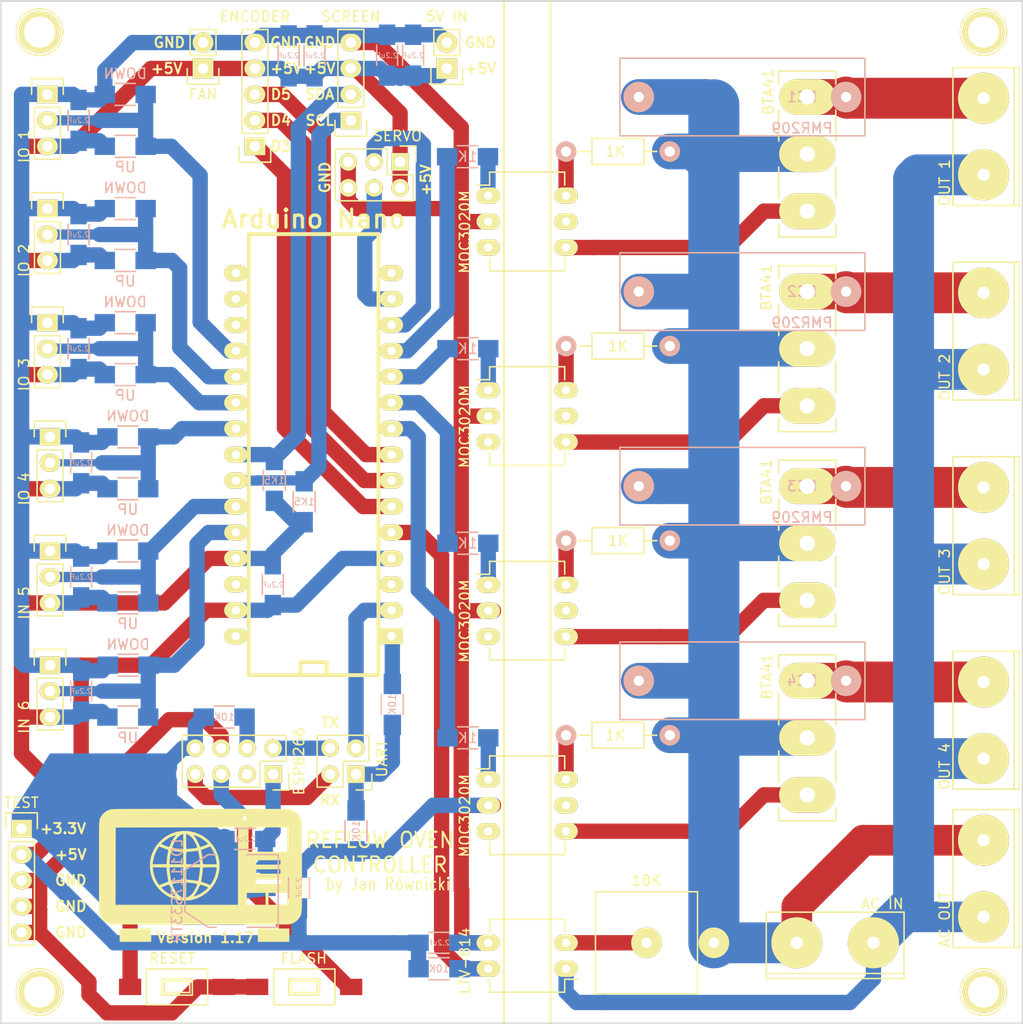
<source format=kicad_pcb>
(kicad_pcb (version 4) (host pcbnew 4.0.2-stable)
  (layers (0 F.Cu signal) (31 B.Cu signal) (34 B.Paste user) (35 F.Paste user) (36 B.SilkS user) (37 F.SilkS user) (38 B.Mask user) (39 F.Mask user) (44 Edge.Cuts user))
  (net 0 "")
  (net 1 "Net-(U1-Pad3)")
  (net 2 GND)
  (net 3 /IO1)
  (net 4 +5V)
  (net 5 /PWR-)
  (net 6 "Net-(P2-Pad2)")
  (net 7 /IO2)
  (net 8 "Net-(P4-Pad2)")
  (net 9 /IO3)
  (net 10 /IO4)
  (net 11 "Net-(P7-Pad1)")
  (net 12 "Net-(P7-Pad2)")
  (net 13 "Net-(P7-Pad3)")
  (net 14 "Net-(P8-Pad2)")
  (net 15 "Net-(P9-Pad1)")
  (net 16 "Net-(P9-Pad2)")
  (net 17 /IN5)
  (net 18 "Net-(P11-Pad2)")
  (net 19 /IN6)
  (net 20 /PWR+)
  (net 21 "Net-(R1-Pad2)")
  (net 22 /CH1)
  (net 23 "Net-(R7-Pad2)")
  (net 24 /CH2)
  (net 25 "Net-(R11-Pad2)")
  (net 26 /CH3)
  (net 27 "Net-(R15-Pad1)")
  (net 28 "Net-(R17-Pad2)")
  (net 29 "Net-(R19-Pad1)")
  (net 30 /CH4)
  (net 31 "Net-(U3-Pad3)")
  (net 32 "Net-(U6-Pad3)")
  (net 33 "Net-(U10-Pad4)")
  (net 34 "Net-(R12-Pad2)")
  (net 35 +3V3)
  (net 36 "Net-(R4-Pad1)")
  (net 37 "Net-(R8-Pad1)")
  (net 38 "Net-(R14-Pad1)")
  (net 39 "Net-(R21-Pad1)")
  (net 40 "Net-(P14-Pad4)")
  (net 41 /ESP_TXD)
  (net 42 "Net-(P14-Pad5)")
  (net 43 "Net-(P14-Pad6)")
  (net 44 /ESP_RXD)
  (net 45 "Net-(P22-Pad1)")
  (net 46 "Net-(P22-Pad3)")
  (net 47 "Net-(P23-Pad3)")
  (net 48 "Net-(P23-Pad4)")
  (module images:OV (layer F.Cu) (at 59.944 123.952)
    (fp_text reference G*** hide)
    (fp_text value LOGO hide)
  )
  (module Socket_Strips:Socket_Strip_Straight_2x04 (layer F.Cu) (at 67.056 114.046 180)
    (fp_text reference P14 hide)
    (fp_text value ESP8266 (at -2.54 1.27 270) (layer F.SilkS))
    (pad 1 thru_hole rect (at 0 0 180) (size 1.7272 1.7272) (drill 1.016) (layers *.Cu *.Mask F.SilkS) (net 2 GND))
    (pad 2 thru_hole oval (at 0 2.54 180) (size 1.7272 1.7272) (drill 1.016) (layers *.Cu *.Mask F.SilkS) (net 41 /ESP_TXD))
    (pad 3 thru_hole oval (at 2.54 0 180) (size 1.7272 1.7272) (drill 1.016) (layers *.Cu *.Mask F.SilkS))
    (pad 4 thru_hole oval (at 2.54 2.54 180) (size 1.7272 1.7272) (drill 1.016) (layers *.Cu *.Mask F.SilkS) (net 40 "Net-(P14-Pad4)"))
    (pad 5 thru_hole oval (at 5.08 0 180) (size 1.7272 1.7272) (drill 1.016) (layers *.Cu *.Mask F.SilkS) (net 42 "Net-(P14-Pad5)"))
    (pad 6 thru_hole oval (at 5.08 2.54 180) (size 1.7272 1.7272) (drill 1.016) (layers *.Cu *.Mask F.SilkS) (net 43 "Net-(P14-Pad6)"))
    (pad 7 thru_hole oval (at 7.62 0 180) (size 1.7272 1.7272) (drill 1.016) (layers *.Cu *.Mask F.SilkS) (net 44 /ESP_RXD))
    (pad 8 thru_hole oval (at 7.62 2.54 180) (size 1.7272 1.7272) (drill 1.016) (layers *.Cu *.Mask F.SilkS) (net 35 +3V3))
  )
  (module term:VerticalResistor (layer F.Cu) (at 103.636 130.556)
    (fp_text reference R19 hide)
    (fp_text value 18K (at 0 -6.096) (layer F.SilkS))
    (pad 2 thru_hole circle (at 6.6 0) (size 3 3) (drill 1) (layers *.Cu *.Mask F.SilkS) (net 20 /PWR+))
    (pad 1 thru_hole circle (at 0 0) (size 3 3) (drill 1) (layers *.Cu *.Mask F.SilkS) (net 29 "Net-(R19-Pad1)"))
  )
  (module Resistors_SMD:R_1206_HandSoldering (layer B.Cu) (at 86.138 91.44 180)
    (fp_text reference R14 hide)
    (fp_text value 1K (at 0.032 0 180) (layer B.SilkS) (effects (justify mirror)))
    (pad 1 smd rect (at -2 0 180) (size 2 1.7) (layers B.Cu B.Paste B.Mask) (net 38 "Net-(R14-Pad1)"))
    (pad 2 smd rect (at 2 0 180) (size 2 1.7) (layers B.Cu B.Paste B.Mask) (net 26 /CH3))
  )
  (module Resistors_SMD:R_1206_HandSoldering (layer B.Cu) (at 86.138 110.49 180)
    (fp_text reference R21 hide)
    (fp_text value 1K (at 0.032 0 180) (layer B.SilkS) (effects (justify mirror)))
    (pad 1 smd rect (at -2 0 180) (size 2 1.7) (layers B.Cu B.Paste B.Mask) (net 39 "Net-(R21-Pad1)"))
    (pad 2 smd rect (at 2 0 180) (size 2 1.7) (layers B.Cu B.Paste B.Mask) (net 30 /CH4))
  )
  (module Housings_DIP:DIP-6_W7.62mm_LongPads (layer F.Cu) (at 88.138 95.504)
    (fp_text reference U7 hide)
    (fp_text value MOC3020M (at -2.286 3.556 90) (layer F.SilkS))
    (pad 1 thru_hole oval (at 0 0) (size 2.3 1.6) (drill 0.8) (layers *.Cu *.Mask F.SilkS) (net 38 "Net-(R14-Pad1)"))
    (pad 2 thru_hole oval (at 0 2.54) (size 2.3 1.6) (drill 0.8) (layers *.Cu *.Mask F.SilkS) (net 2 GND))
    (pad 3 thru_hole oval (at 0 5.08) (size 2.3 1.6) (drill 0.8) (layers *.Cu *.Mask F.SilkS))
    (pad 4 thru_hole oval (at 7.62 5.08) (size 2.3 1.6) (drill 0.8) (layers *.Cu *.Mask F.SilkS) (net 32 "Net-(U6-Pad3)"))
    (pad 5 thru_hole oval (at 7.62 2.54) (size 2.3 1.6) (drill 0.8) (layers *.Cu *.Mask F.SilkS))
    (pad 6 thru_hole oval (at 7.62 0) (size 2.3 1.6) (drill 0.8) (layers *.Cu *.Mask F.SilkS) (net 25 "Net-(R11-Pad2)"))
  )
  (module Resistors_SMD:R_1206_HandSoldering (layer B.Cu) (at 86.106 53.594 180)
    (fp_text reference R4 hide)
    (fp_text value 1K (at 0 0 180) (layer B.SilkS) (effects (justify mirror)))
    (pad 1 smd rect (at -2 0 180) (size 2 1.7) (layers B.Cu B.Paste B.Mask) (net 36 "Net-(R4-Pad1)"))
    (pad 2 smd rect (at 2 0 180) (size 2 1.7) (layers B.Cu B.Paste B.Mask) (net 22 /CH1))
  )
  (module arduino:arduino_mini (layer F.Cu) (at 71.032 81.492 90)
    (fp_text reference U5 hide)
    (fp_text value "Arduino Nano" (at 21.802 0 360) (layer F.SilkS) (effects (font (size 1.778 1.778) (thickness 0.3048))))
    (pad 1 thru_hole rect (at -19.05 7.62 90) (size 1.5748 2.286) (drill 0.8128) (layers *.Cu *.Mask F.SilkS) (net 34 "Net-(R12-Pad2)"))
    (pad 2 thru_hole oval (at -16.51 7.62 90) (size 1.5748 2.286) (drill 0.8128) (layers *.Cu *.Mask F.SilkS) (net 46 "Net-(P22-Pad3)"))
    (pad 3 thru_hole oval (at -13.97 7.62 90) (size 1.5748 2.286) (drill 0.8128) (layers *.Cu *.Mask F.SilkS))
    (pad 4 thru_hole oval (at -11.43 7.62 90) (size 1.5748 2.286) (drill 0.8128) (layers *.Cu *.Mask F.SilkS) (net 2 GND))
    (pad 5 thru_hole oval (at -8.89 7.62 90) (size 1.5748 2.286) (drill 0.8128) (layers *.Cu *.Mask F.SilkS) (net 27 "Net-(R15-Pad1)"))
    (pad 6 thru_hole oval (at -6.35 7.62 90) (size 1.5748 2.286) (drill 0.8128) (layers *.Cu *.Mask F.SilkS) (net 11 "Net-(P7-Pad1)"))
    (pad 7 thru_hole oval (at -3.81 7.62 90) (size 1.5748 2.286) (drill 0.8128) (layers *.Cu *.Mask F.SilkS) (net 12 "Net-(P7-Pad2)"))
    (pad 8 thru_hole oval (at -1.27 7.62 90) (size 1.5748 2.286) (drill 0.8128) (layers *.Cu *.Mask F.SilkS) (net 13 "Net-(P7-Pad3)"))
    (pad 9 thru_hole oval (at 1.27 7.62 90) (size 1.5748 2.286) (drill 0.8128) (layers *.Cu *.Mask F.SilkS) (net 30 /CH4))
    (pad 10 thru_hole oval (at 3.81 7.62 90) (size 1.5748 2.286) (drill 0.8128) (layers *.Cu *.Mask F.SilkS) (net 26 /CH3))
    (pad 11 thru_hole oval (at 6.35 7.62 90) (size 1.5748 2.286) (drill 0.8128) (layers *.Cu *.Mask F.SilkS) (net 24 /CH2))
    (pad 12 thru_hole oval (at 8.89 7.62 90) (size 1.5748 2.286) (drill 0.8128) (layers *.Cu *.Mask F.SilkS) (net 22 /CH1))
    (pad 13 thru_hole oval (at 11.43 7.62 90) (size 1.5748 2.286) (drill 0.8128) (layers *.Cu *.Mask F.SilkS) (net 47 "Net-(P23-Pad3)"))
    (pad 14 thru_hole oval (at 13.97 7.62 90) (size 1.5748 2.286) (drill 0.8128) (layers *.Cu *.Mask F.SilkS) (net 48 "Net-(P23-Pad4)"))
    (pad 15 thru_hole oval (at 16.51 7.62 90) (size 1.5748 2.286) (drill 0.8128) (layers *.Cu *.Mask F.SilkS))
    (pad 16 thru_hole oval (at 16.51 -7.62 90) (size 1.5748 2.286) (drill 0.8128) (layers *.Cu *.Mask F.SilkS))
    (pad 17 thru_hole oval (at 13.97 -7.62 90) (size 1.5748 2.286) (drill 0.8128) (layers *.Cu *.Mask F.SilkS))
    (pad 18 thru_hole oval (at 11.43 -7.62 90) (size 1.5748 2.286) (drill 0.8128) (layers *.Cu *.Mask F.SilkS))
    (pad 19 thru_hole oval (at 8.89 -7.62 90) (size 1.5748 2.286) (drill 0.8128) (layers *.Cu *.Mask F.SilkS) (net 3 /IO1))
    (pad 20 thru_hole oval (at 6.35 -7.62 90) (size 1.5748 2.286) (drill 0.8128) (layers *.Cu *.Mask F.SilkS) (net 7 /IO2))
    (pad 21 thru_hole oval (at 3.81 -7.62 90) (size 1.5748 2.286) (drill 0.8128) (layers *.Cu *.Mask F.SilkS) (net 9 /IO3))
    (pad 22 thru_hole oval (at 1.27 -7.62 90) (size 1.5748 2.286) (drill 0.8128) (layers *.Cu *.Mask F.SilkS) (net 10 /IO4))
    (pad 23 thru_hole oval (at -1.27 -7.62 90) (size 1.5748 2.286) (drill 0.8128) (layers *.Cu *.Mask F.SilkS) (net 16 "Net-(P9-Pad2)"))
    (pad 24 thru_hole oval (at -3.81 -7.62 90) (size 1.5748 2.286) (drill 0.8128) (layers *.Cu *.Mask F.SilkS) (net 15 "Net-(P9-Pad1)"))
    (pad 25 thru_hole oval (at -6.35 -7.62 90) (size 1.5748 2.286) (drill 0.8128) (layers *.Cu *.Mask F.SilkS) (net 17 /IN5))
    (pad 26 thru_hole oval (at -8.89 -7.62 90) (size 1.5748 2.286) (drill 0.8128) (layers *.Cu *.Mask F.SilkS) (net 19 /IN6))
    (pad 27 thru_hole oval (at -11.43 -7.62 90) (size 1.5748 2.286) (drill 0.8128) (layers *.Cu *.Mask F.SilkS) (net 4 +5V))
    (pad 28 thru_hole oval (at -13.97 -7.62 90) (size 1.5748 2.286) (drill 0.8128) (layers *.Cu *.Mask F.SilkS))
    (pad 29 thru_hole oval (at -16.51 -7.62 90) (size 1.5748 2.286) (drill 0.8128) (layers *.Cu *.Mask F.SilkS) (net 2 GND))
    (pad 30 thru_hole oval (at -19.05 -7.62 90) (size 1.5748 2.286) (drill 0.8128) (layers *.Cu *.Mask F.SilkS))
  )
  (module Pin_Headers:Pin_Header_Straight_1x03 (layer F.Cu) (at 44.958 47.498)
    (fp_text reference P1 hide)
    (fp_text value "IO 1" (at -2.286 5.08 90) (layer F.SilkS))
    (pad 1 thru_hole rect (at 0 0) (size 2.032 1.7272) (drill 1.016) (layers *.Cu *.Mask F.SilkS) (net 2 GND))
    (pad 2 thru_hole oval (at 0 2.54) (size 2.032 1.7272) (drill 1.016) (layers *.Cu *.Mask F.SilkS) (net 3 /IO1))
    (pad 3 thru_hole oval (at 0 5.08) (size 2.032 1.7272) (drill 1.016) (layers *.Cu *.Mask F.SilkS) (net 4 +5V))
  )
  (module Pin_Headers:Pin_Header_Straight_1x03 (layer F.Cu) (at 44.958 58.674)
    (fp_text reference P3 hide)
    (fp_text value "IO 2" (at -2.286 5.08 90) (layer F.SilkS))
    (pad 1 thru_hole rect (at 0 0) (size 2.032 1.7272) (drill 1.016) (layers *.Cu *.Mask F.SilkS) (net 2 GND))
    (pad 2 thru_hole oval (at 0 2.54) (size 2.032 1.7272) (drill 1.016) (layers *.Cu *.Mask F.SilkS) (net 7 /IO2))
    (pad 3 thru_hole oval (at 0 5.08) (size 2.032 1.7272) (drill 1.016) (layers *.Cu *.Mask F.SilkS) (net 4 +5V))
  )
  (module Pin_Headers:Pin_Header_Straight_1x03 (layer F.Cu) (at 45.212 81.026)
    (fp_text reference P6 hide)
    (fp_text value "IO 4" (at -2.54 5.08 90) (layer F.SilkS))
    (pad 1 thru_hole rect (at 0 0) (size 2.032 1.7272) (drill 1.016) (layers *.Cu *.Mask F.SilkS) (net 2 GND))
    (pad 2 thru_hole oval (at 0 2.54) (size 2.032 1.7272) (drill 1.016) (layers *.Cu *.Mask F.SilkS) (net 10 /IO4))
    (pad 3 thru_hole oval (at 0 5.08) (size 2.032 1.7272) (drill 1.016) (layers *.Cu *.Mask F.SilkS) (net 4 +5V))
  )
  (module Pin_Headers:Pin_Header_Straight_1x05 (layer F.Cu) (at 65.278 52.578 180)
    (fp_text reference P7 hide)
    (fp_text value ENCODER (at 0 12.7 180) (layer F.SilkS))
    (pad 1 thru_hole rect (at 0 0 180) (size 2.032 1.7272) (drill 1.016) (layers *.Cu *.Mask F.SilkS) (net 11 "Net-(P7-Pad1)"))
    (pad 2 thru_hole oval (at 0 2.54 180) (size 2.032 1.7272) (drill 1.016) (layers *.Cu *.Mask F.SilkS) (net 12 "Net-(P7-Pad2)"))
    (pad 3 thru_hole oval (at 0 5.08 180) (size 2.032 1.7272) (drill 1.016) (layers *.Cu *.Mask F.SilkS) (net 13 "Net-(P7-Pad3)"))
    (pad 4 thru_hole oval (at 0 7.62 180) (size 2.032 1.7272) (drill 1.016) (layers *.Cu *.Mask F.SilkS) (net 4 +5V))
    (pad 5 thru_hole oval (at 0 10.16 180) (size 2.032 1.7272) (drill 1.016) (layers *.Cu *.Mask F.SilkS) (net 2 GND))
  )
  (module Pin_Headers:Pin_Header_Straight_1x04 (layer F.Cu) (at 74.676 50.038 180)
    (fp_text reference P9 hide)
    (fp_text value SCREEN (at 0 10.16 180) (layer F.SilkS))
    (pad 1 thru_hole rect (at 0 0 180) (size 2.032 1.7272) (drill 1.016) (layers *.Cu *.Mask F.SilkS) (net 15 "Net-(P9-Pad1)"))
    (pad 2 thru_hole oval (at 0 2.54 180) (size 2.032 1.7272) (drill 1.016) (layers *.Cu *.Mask F.SilkS) (net 16 "Net-(P9-Pad2)"))
    (pad 3 thru_hole oval (at 0 5.08 180) (size 2.032 1.7272) (drill 1.016) (layers *.Cu *.Mask F.SilkS) (net 4 +5V))
    (pad 4 thru_hole oval (at 0 7.62 180) (size 2.032 1.7272) (drill 1.016) (layers *.Cu *.Mask F.SilkS) (net 2 GND))
  )
  (module Pin_Headers:Pin_Header_Straight_1x03 (layer F.Cu) (at 45.212 92.202)
    (fp_text reference P10 hide)
    (fp_text value "IN 5" (at -2.54 5.08 90) (layer F.SilkS))
    (pad 1 thru_hole rect (at 0 0) (size 2.032 1.7272) (drill 1.016) (layers *.Cu *.Mask F.SilkS) (net 2 GND))
    (pad 2 thru_hole oval (at 0 2.54) (size 2.032 1.7272) (drill 1.016) (layers *.Cu *.Mask F.SilkS) (net 17 /IN5))
    (pad 3 thru_hole oval (at 0 5.08) (size 2.032 1.7272) (drill 1.016) (layers *.Cu *.Mask F.SilkS) (net 4 +5V))
  )
  (module Pin_Headers:Pin_Header_Straight_1x03 (layer F.Cu) (at 45.212 103.378)
    (fp_text reference P12 hide)
    (fp_text value "IN 6" (at -2.54 5.08 90) (layer F.SilkS))
    (pad 1 thru_hole rect (at 0 0) (size 2.032 1.7272) (drill 1.016) (layers *.Cu *.Mask F.SilkS) (net 2 GND))
    (pad 2 thru_hole oval (at 0 2.54) (size 2.032 1.7272) (drill 1.016) (layers *.Cu *.Mask F.SilkS) (net 19 /IN6))
    (pad 3 thru_hole oval (at 0 5.08) (size 2.032 1.7272) (drill 1.016) (layers *.Cu *.Mask F.SilkS) (net 4 +5V))
  )
  (module Resistors_ThroughHole:Resistor_Horizontal_RM10mm (layer F.Cu) (at 105.918 53.086 180)
    (fp_text reference R1 hide)
    (fp_text value 1K (at 5.334 0 180) (layer F.SilkS))
    (pad 1 thru_hole circle (at 0 0 180) (size 1.99898 1.99898) (drill 1.00076) (layers *.Cu *.SilkS *.Mask) (net 20 /PWR+))
    (pad 2 thru_hole circle (at 10.16 0 180) (size 1.99898 1.99898) (drill 1.00076) (layers *.Cu *.SilkS *.Mask) (net 21 "Net-(R1-Pad2)"))
  )
  (module Resistors_ThroughHole:Resistor_Horizontal_RM10mm (layer F.Cu) (at 105.918 72.136 180)
    (fp_text reference R7 hide)
    (fp_text value 1K (at 5.08 0 180) (layer F.SilkS))
    (pad 1 thru_hole circle (at 0 0 180) (size 1.99898 1.99898) (drill 1.00076) (layers *.Cu *.SilkS *.Mask) (net 20 /PWR+))
    (pad 2 thru_hole circle (at 10.16 0 180) (size 1.99898 1.99898) (drill 1.00076) (layers *.Cu *.SilkS *.Mask) (net 23 "Net-(R7-Pad2)"))
  )
  (module Resistors_ThroughHole:Resistor_Horizontal_RM10mm (layer F.Cu) (at 105.918 91.186 180)
    (fp_text reference R11 hide)
    (fp_text value 1K (at 5.08 0 180) (layer F.SilkS))
    (pad 1 thru_hole circle (at 0 0 180) (size 1.99898 1.99898) (drill 1.00076) (layers *.Cu *.SilkS *.Mask) (net 20 /PWR+))
    (pad 2 thru_hole circle (at 10.16 0 180) (size 1.99898 1.99898) (drill 1.00076) (layers *.Cu *.SilkS *.Mask) (net 25 "Net-(R11-Pad2)"))
  )
  (module Resistors_ThroughHole:Resistor_Horizontal_RM10mm (layer F.Cu) (at 105.918 110.236 180)
    (fp_text reference R17 hide)
    (fp_text value 1K (at 5.334 0 180) (layer F.SilkS))
    (pad 1 thru_hole circle (at 0 0 180) (size 1.99898 1.99898) (drill 1.00076) (layers *.Cu *.SilkS *.Mask) (net 20 /PWR+))
    (pad 2 thru_hole circle (at 10.16 0 180) (size 1.99898 1.99898) (drill 1.00076) (layers *.Cu *.SilkS *.Mask) (net 28 "Net-(R17-Pad2)"))
  )
  (module Housings_DIP:DIP-6_W7.62mm_LongPads (layer F.Cu) (at 88.138 57.404)
    (fp_text reference U2 hide)
    (fp_text value MOC3020M (at -2.286 3.556 90) (layer F.SilkS))
    (pad 1 thru_hole oval (at 0 0) (size 2.3 1.6) (drill 0.8) (layers *.Cu *.Mask F.SilkS) (net 36 "Net-(R4-Pad1)"))
    (pad 2 thru_hole oval (at 0 2.54) (size 2.3 1.6) (drill 0.8) (layers *.Cu *.Mask F.SilkS) (net 2 GND))
    (pad 3 thru_hole oval (at 0 5.08) (size 2.3 1.6) (drill 0.8) (layers *.Cu *.Mask F.SilkS))
    (pad 4 thru_hole oval (at 7.62 5.08) (size 2.3 1.6) (drill 0.8) (layers *.Cu *.Mask F.SilkS) (net 1 "Net-(U1-Pad3)"))
    (pad 5 thru_hole oval (at 7.62 2.54) (size 2.3 1.6) (drill 0.8) (layers *.Cu *.Mask F.SilkS))
    (pad 6 thru_hole oval (at 7.62 0) (size 2.3 1.6) (drill 0.8) (layers *.Cu *.Mask F.SilkS) (net 21 "Net-(R1-Pad2)"))
  )
  (module Housings_DIP:DIP-6_W7.62mm_LongPads (layer F.Cu) (at 88.138 76.454)
    (fp_text reference U4 hide)
    (fp_text value MOC3020M (at -2.286 3.556 90) (layer F.SilkS))
    (pad 1 thru_hole oval (at 0 0) (size 2.3 1.6) (drill 0.8) (layers *.Cu *.Mask F.SilkS) (net 37 "Net-(R8-Pad1)"))
    (pad 2 thru_hole oval (at 0 2.54) (size 2.3 1.6) (drill 0.8) (layers *.Cu *.Mask F.SilkS) (net 2 GND))
    (pad 3 thru_hole oval (at 0 5.08) (size 2.3 1.6) (drill 0.8) (layers *.Cu *.Mask F.SilkS))
    (pad 4 thru_hole oval (at 7.62 5.08) (size 2.3 1.6) (drill 0.8) (layers *.Cu *.Mask F.SilkS) (net 31 "Net-(U3-Pad3)"))
    (pad 5 thru_hole oval (at 7.62 2.54) (size 2.3 1.6) (drill 0.8) (layers *.Cu *.Mask F.SilkS))
    (pad 6 thru_hole oval (at 7.62 0) (size 2.3 1.6) (drill 0.8) (layers *.Cu *.Mask F.SilkS) (net 23 "Net-(R7-Pad2)"))
  )
  (module Housings_DIP:DIP-4_W7.62mm_LongPads (layer F.Cu) (at 95.758 133.096 180)
    (fp_text reference U8 hide)
    (fp_text value LTV-814 (at 9.906 0.762 270) (layer F.SilkS))
    (pad 1 thru_hole oval (at 0 0 180) (size 2.3 1.6) (drill 0.8) (layers *.Cu *.Mask F.SilkS) (net 5 /PWR-))
    (pad 2 thru_hole oval (at 0 2.54 180) (size 2.3 1.6) (drill 0.8) (layers *.Cu *.Mask F.SilkS) (net 29 "Net-(R19-Pad1)"))
    (pad 3 thru_hole oval (at 7.62 2.54 180) (size 2.3 1.6) (drill 0.8) (layers *.Cu *.Mask F.SilkS) (net 2 GND))
    (pad 4 thru_hole oval (at 7.62 0 180) (size 2.3 1.6) (drill 0.8) (layers *.Cu *.Mask F.SilkS) (net 27 "Net-(R15-Pad1)"))
  )
  (module Housings_DIP:DIP-6_W7.62mm_LongPads (layer F.Cu) (at 88.138 114.554)
    (fp_text reference U10 hide)
    (fp_text value MOC3020M (at -2.286 3.556 90) (layer F.SilkS))
    (pad 1 thru_hole oval (at 0 0) (size 2.3 1.6) (drill 0.8) (layers *.Cu *.Mask F.SilkS) (net 39 "Net-(R21-Pad1)"))
    (pad 2 thru_hole oval (at 0 2.54) (size 2.3 1.6) (drill 0.8) (layers *.Cu *.Mask F.SilkS) (net 2 GND))
    (pad 3 thru_hole oval (at 0 5.08) (size 2.3 1.6) (drill 0.8) (layers *.Cu *.Mask F.SilkS))
    (pad 4 thru_hole oval (at 7.62 5.08) (size 2.3 1.6) (drill 0.8) (layers *.Cu *.Mask F.SilkS) (net 33 "Net-(U10-Pad4)"))
    (pad 5 thru_hole oval (at 7.62 2.54) (size 2.3 1.6) (drill 0.8) (layers *.Cu *.Mask F.SilkS))
    (pad 6 thru_hole oval (at 7.62 0) (size 2.3 1.6) (drill 0.8) (layers *.Cu *.Mask F.SilkS) (net 28 "Net-(R17-Pad2)"))
  )
  (module term:TerminalBlock_7.5mm_2pol (layer F.Cu) (at 136.652 55.372 90)
    (fp_text reference P2 hide)
    (fp_text value "OUT 1" (at -0.762 -3.81 90) (layer F.SilkS))
    (pad 2 thru_hole circle (at 7.5 0 90) (size 5 5) (drill 1.2) (layers *.Cu *.Mask F.SilkS) (net 6 "Net-(P2-Pad2)"))
    (pad 1 thru_hole circle (at 0 0 90) (size 5 5) (drill 1.2) (layers *.Cu *.Mask F.SilkS) (net 5 /PWR-))
  )
  (module term:TerminalBlock_7.5mm_2pol (layer F.Cu) (at 136.652 74.422 90)
    (fp_text reference P4 hide)
    (fp_text value "OUT 2" (at -0.762 -3.81 90) (layer F.SilkS))
    (pad 2 thru_hole circle (at 7.5 0 90) (size 5 5) (drill 1.2) (layers *.Cu *.Mask F.SilkS) (net 8 "Net-(P4-Pad2)"))
    (pad 1 thru_hole circle (at 0 0 90) (size 5 5) (drill 1.2) (layers *.Cu *.Mask F.SilkS) (net 5 /PWR-))
  )
  (module term:TerminalBlock_7.5mm_2pol (layer F.Cu) (at 136.652 93.472 90)
    (fp_text reference P8 hide)
    (fp_text value "OUT 3" (at -0.762 -3.81 90) (layer F.SilkS))
    (pad 2 thru_hole circle (at 7.5 0 90) (size 5 5) (drill 1.2) (layers *.Cu *.Mask F.SilkS) (net 14 "Net-(P8-Pad2)"))
    (pad 1 thru_hole circle (at 0 0 90) (size 5 5) (drill 1.2) (layers *.Cu *.Mask F.SilkS) (net 5 /PWR-))
  )
  (module term:TerminalBlock_7.5mm_2pol (layer F.Cu) (at 136.652 112.522 90)
    (fp_text reference P11 hide)
    (fp_text value "OUT 4" (at -0.762 -3.81 90) (layer F.SilkS))
    (pad 2 thru_hole circle (at 7.5 0 90) (size 5 5) (drill 1.2) (layers *.Cu *.Mask F.SilkS) (net 18 "Net-(P11-Pad2)"))
    (pad 1 thru_hole circle (at 0 0 90) (size 5 5) (drill 1.2) (layers *.Cu *.Mask F.SilkS) (net 5 /PWR-))
  )
  (module term:TerminalBlock_7.5mm_2pol (layer F.Cu) (at 118.364 130.556)
    (fp_text reference P13 hide)
    (fp_text value "AC IN" (at 8.382 -3.81) (layer F.SilkS))
    (pad 2 thru_hole circle (at 7.5 0) (size 5 5) (drill 1.2) (layers *.Cu *.Mask F.SilkS) (net 5 /PWR-))
    (pad 1 thru_hole circle (at 0 0) (size 5 5) (drill 1.2) (layers *.Cu *.Mask F.SilkS) (net 20 /PWR+))
  )
  (module TO_SOT_Packages_THT:TO-247_Vertical_Neutral123_largePads (layer F.Cu) (at 119.38 53.34 270)
    (fp_text reference U1 hide)
    (fp_text value BTA41 (at -6.096 3.81 270) (layer F.SilkS))
    (pad 2 thru_hole oval (at 0 0) (size 5.50164 3.50012) (drill 1.50114) (layers *.Cu *.Mask F.SilkS) (net 20 /PWR+))
    (pad 1 thru_hole oval (at -5.588 0) (size 5.50164 3.50012) (drill 1.50114) (layers *.Cu *.Mask F.SilkS) (net 6 "Net-(P2-Pad2)"))
    (pad 3 thru_hole oval (at 5.588 0) (size 5.50164 3.50012) (drill 1.50114) (layers *.Cu *.Mask F.SilkS) (net 1 "Net-(U1-Pad3)"))
  )
  (module TO_SOT_Packages_THT:TO-247_Vertical_Neutral123_largePads (layer F.Cu) (at 119.38 72.39 270)
    (fp_text reference U3 hide)
    (fp_text value BTA41 (at -6 4 270) (layer F.SilkS))
    (pad 2 thru_hole oval (at 0 0) (size 5.50164 3.50012) (drill 1.50114) (layers *.Cu *.Mask F.SilkS) (net 20 /PWR+))
    (pad 1 thru_hole oval (at -5.588 0) (size 5.50164 3.50012) (drill 1.50114) (layers *.Cu *.Mask F.SilkS) (net 8 "Net-(P4-Pad2)"))
    (pad 3 thru_hole oval (at 5.588 0) (size 5.50164 3.50012) (drill 1.50114) (layers *.Cu *.Mask F.SilkS) (net 31 "Net-(U3-Pad3)"))
  )
  (module TO_SOT_Packages_THT:TO-247_Vertical_Neutral123_largePads (layer F.Cu) (at 119.38 91.44 270)
    (fp_text reference U6 hide)
    (fp_text value BTA41 (at -6 4 270) (layer F.SilkS))
    (pad 2 thru_hole oval (at 0 0) (size 5.50164 3.50012) (drill 1.50114) (layers *.Cu *.Mask F.SilkS) (net 20 /PWR+))
    (pad 1 thru_hole oval (at -5.588 0) (size 5.50164 3.50012) (drill 1.50114) (layers *.Cu *.Mask F.SilkS) (net 14 "Net-(P8-Pad2)"))
    (pad 3 thru_hole oval (at 5.588 0) (size 5.50164 3.50012) (drill 1.50114) (layers *.Cu *.Mask F.SilkS) (net 32 "Net-(U6-Pad3)"))
  )
  (module TO_SOT_Packages_THT:TO-247_Vertical_Neutral123_largePads (layer F.Cu) (at 119.38 110.49 270)
    (fp_text reference U9 hide)
    (fp_text value BTA41 (at -6 3.95 270) (layer F.SilkS))
    (pad 2 thru_hole oval (at 0 0) (size 5.50164 3.50012) (drill 1.50114) (layers *.Cu *.Mask F.SilkS) (net 20 /PWR+))
    (pad 1 thru_hole oval (at -5.588 0) (size 5.50164 3.50012) (drill 1.50114) (layers *.Cu *.Mask F.SilkS) (net 18 "Net-(P11-Pad2)"))
    (pad 3 thru_hole oval (at 5.588 0) (size 5.50164 3.50012) (drill 1.50114) (layers *.Cu *.Mask F.SilkS) (net 33 "Net-(U10-Pad4)"))
  )
  (module Capacitors_SMD:C_1206_HandSoldering (layer B.Cu) (at 48.26 105.918 90)
    (fp_text reference C1 hide)
    (fp_text value 2.2uF (at 0 0 180) (layer B.SilkS) (effects (font (size 0.5 0.5) (thickness 0.07)) (justify mirror)))
    (pad 1 smd rect (at -2 0 90) (size 2 1.6) (layers B.Cu B.Paste B.Mask) (net 4 +5V))
    (pad 2 smd rect (at 2 0 90) (size 2 1.6) (layers B.Cu B.Paste B.Mask) (net 2 GND))
  )
  (module Capacitors_SMD:C_1206_HandSoldering (layer B.Cu) (at 48.26 83.566 90)
    (fp_text reference C2 hide)
    (fp_text value 2.2uF (at 0 0 180) (layer B.SilkS) (effects (font (size 0.5 0.5) (thickness 0.07)) (justify mirror)))
    (pad 1 smd rect (at -2 0 90) (size 2 1.6) (layers B.Cu B.Paste B.Mask) (net 4 +5V))
    (pad 2 smd rect (at 2 0 90) (size 2 1.6) (layers B.Cu B.Paste B.Mask) (net 2 GND))
  )
  (module Capacitors_SMD:C_1206_HandSoldering (layer B.Cu) (at 48.26 94.742 90)
    (fp_text reference C3 hide)
    (fp_text value 2.2uF (at 0 0 180) (layer B.SilkS) (effects (font (size 0.5 0.5) (thickness 0.07)) (justify mirror)))
    (pad 1 smd rect (at -2 0 90) (size 2 1.6) (layers B.Cu B.Paste B.Mask) (net 4 +5V))
    (pad 2 smd rect (at 2 0 90) (size 2 1.6) (layers B.Cu B.Paste B.Mask) (net 2 GND))
  )
  (module Capacitors_SMD:C_1206_HandSoldering (layer B.Cu) (at 48.006 72.39 90)
    (fp_text reference C4 hide)
    (fp_text value 2.2uF (at 0 0 180) (layer B.SilkS) (effects (font (size 0.5 0.5) (thickness 0.07)) (justify mirror)))
    (pad 1 smd rect (at -2 0 90) (size 2 1.6) (layers B.Cu B.Paste B.Mask) (net 4 +5V))
    (pad 2 smd rect (at 2 0 90) (size 2 1.6) (layers B.Cu B.Paste B.Mask) (net 2 GND))
  )
  (module Capacitors_SMD:C_1206_HandSoldering (layer B.Cu) (at 48.006 61.214 90)
    (fp_text reference C5 hide)
    (fp_text value 2.2uF (at 0 0 180) (layer B.SilkS) (effects (font (size 0.5 0.5) (thickness 0.07)) (justify mirror)))
    (pad 1 smd rect (at -2 0 90) (size 2 1.6) (layers B.Cu B.Paste B.Mask) (net 4 +5V))
    (pad 2 smd rect (at 2 0 90) (size 2 1.6) (layers B.Cu B.Paste B.Mask) (net 2 GND))
  )
  (module Capacitors_SMD:C_1206_HandSoldering (layer B.Cu) (at 48.006 50.038 90)
    (fp_text reference C6 hide)
    (fp_text value 2.2uF (at 0 0 180) (layer B.SilkS) (effects (font (size 0.5 0.5) (thickness 0.07)) (justify mirror)))
    (pad 1 smd rect (at -2 0 90) (size 2 1.6) (layers B.Cu B.Paste B.Mask) (net 4 +5V))
    (pad 2 smd rect (at 2 0 90) (size 2 1.6) (layers B.Cu B.Paste B.Mask) (net 2 GND))
  )
  (module Capacitors_SMD:C_1206_HandSoldering (layer B.Cu) (at 83.312 130.556)
    (fp_text reference C7 hide)
    (fp_text value 2.2uF (at 0 0 180) (layer B.SilkS) (effects (font (size 0.5 0.5) (thickness 0.07)) (justify mirror)))
    (pad 1 smd rect (at -2 0) (size 2 1.6) (layers B.Cu B.Paste B.Mask) (net 4 +5V))
    (pad 2 smd rect (at 2 0) (size 2 1.6) (layers B.Cu B.Paste B.Mask) (net 2 GND))
  )
  (module Capacitors_SMD:C_1206_HandSoldering (layer B.Cu) (at 67.032 95.492 270)
    (fp_text reference C8 hide)
    (fp_text value 2.2uF (at 0.012 -0.024 360) (layer B.SilkS) (effects (font (size 0.5 0.5) (thickness 0.07)) (justify mirror)))
    (pad 1 smd rect (at -2 0 270) (size 2 1.6) (layers B.Cu B.Paste B.Mask) (net 4 +5V))
    (pad 2 smd rect (at 2 0 270) (size 2 1.6) (layers B.Cu B.Paste B.Mask) (net 2 GND))
  )
  (module Capacitors_SMD:C_1206_HandSoldering (layer B.Cu) (at 69.596 125.19 90)
    (fp_text reference C9 hide)
    (fp_text value 2.2uF (at 0 0 90) (layer B.SilkS) (effects (font (size 0.5 0.5) (thickness 0.07)) (justify mirror)))
    (pad 1 smd rect (at -2 0 90) (size 2 1.6) (layers B.Cu B.Paste B.Mask) (net 4 +5V))
    (pad 2 smd rect (at 2 0 90) (size 2 1.6) (layers B.Cu B.Paste B.Mask) (net 2 GND))
  )
  (module Capacitors_SMD:C_1206_HandSoldering (layer B.Cu) (at 71.12 43.72 90)
    (fp_text reference C10 hide)
    (fp_text value 2.2uF (at 0.032 0 180) (layer B.SilkS) (effects (font (size 0.5 0.5) (thickness 0.07)) (justify mirror)))
    (pad 1 smd rect (at -2 0 90) (size 2 1.6) (layers B.Cu B.Paste B.Mask) (net 4 +5V))
    (pad 2 smd rect (at 2 0 90) (size 2 1.6) (layers B.Cu B.Paste B.Mask) (net 2 GND))
  )
  (module Connect:1pin (layer F.Cu) (at 44.196 135.382)
    (fp_text reference P15 hide)
    (fp_text value MOUNT hide)
    (pad 1 thru_hole circle (at 0 0) (size 4.064 4.064) (drill 3.048) (layers *.Cu *.Mask F.SilkS))
  )
  (module Connect:1pin (layer F.Cu) (at 136.652 41.402)
    (fp_text reference P16 hide)
    (fp_text value MOUNT hide)
    (pad 1 thru_hole circle (at 0 0) (size 4.064 4.064) (drill 3.048) (layers *.Cu *.Mask F.SilkS))
  )
  (module Capacitors_SMD:C_1206_HandSoldering (layer B.Cu) (at 68.58 43.72 90)
    (fp_text reference C11 hide)
    (fp_text value 2.2uF (at 0.032 0 180) (layer B.SilkS) (effects (font (size 0.5 0.5) (thickness 0.07)) (justify mirror)))
    (pad 1 smd rect (at -2 0 90) (size 2 1.6) (layers B.Cu B.Paste B.Mask) (net 4 +5V))
    (pad 2 smd rect (at 2 0 90) (size 2 1.6) (layers B.Cu B.Paste B.Mask) (net 2 GND))
  )
  (module Capacitors_SMD:C_1206_HandSoldering (layer B.Cu) (at 64.294 120.396)
    (fp_text reference C12 hide)
    (fp_text value 2.2uF (at 0 0) (layer B.SilkS) (effects (font (size 0.5 0.5) (thickness 0.07)) (justify mirror)))
    (pad 1 smd rect (at -2 0) (size 2 1.6) (layers B.Cu B.Paste B.Mask) (net 35 +3V3))
    (pad 2 smd rect (at 2 0) (size 2 1.6) (layers B.Cu B.Paste B.Mask) (net 2 GND))
  )
  (module Connect:1pin (layer F.Cu) (at 136.652 135.382)
    (fp_text reference P17 hide)
    (fp_text value MOUNT hide)
    (pad 1 thru_hole circle (at 0 0) (size 4.064 4.064) (drill 3.048) (layers *.Cu *.Mask F.SilkS))
  )
  (module Connect:1pin (layer F.Cu) (at 44.196 41.402)
    (fp_text reference P18 hide)
    (fp_text value MOUNT hide)
    (pad 1 thru_hole circle (at 0 0) (size 4.064 4.064) (drill 3.048) (layers *.Cu *.Mask F.SilkS))
  )
  (module term:TerminalBlock_7.5mm_2pol (layer F.Cu) (at 136.652 128.016 90)
    (fp_text reference P20 hide)
    (fp_text value "AC OUT" (at -0.254 -3.81 90) (layer F.SilkS))
    (pad 2 thru_hole circle (at 7.5 0 90) (size 5 5) (drill 1.2) (layers *.Cu *.Mask F.SilkS) (net 20 /PWR+))
    (pad 1 thru_hole circle (at 0 0 90) (size 5 5) (drill 1.2) (layers *.Cu *.Mask F.SilkS) (net 5 /PWR-))
  )
  (module Resistors_SMD:R_1206_HandSoldering (layer B.Cu) (at 52.578 52.578 180)
    (fp_text reference R2 hide)
    (fp_text value UP (at 0 -2.032 180) (layer B.SilkS) (effects (justify mirror)))
    (pad 1 smd rect (at -2 0 180) (size 2 1.7) (layers B.Cu B.Paste B.Mask) (net 3 /IO1))
    (pad 2 smd rect (at 2 0 180) (size 2 1.7) (layers B.Cu B.Paste B.Mask) (net 4 +5V))
  )
  (module Resistors_SMD:R_1206_HandSoldering (layer B.Cu) (at 52.578 47.498)
    (fp_text reference R3 hide)
    (fp_text value DOWN (at 0 -2.032) (layer B.SilkS) (effects (justify mirror)))
    (pad 1 smd rect (at -2 0) (size 2 1.7) (layers B.Cu B.Paste B.Mask) (net 2 GND))
    (pad 2 smd rect (at 2 0) (size 2 1.7) (layers B.Cu B.Paste B.Mask) (net 3 /IO1))
  )
  (module Resistors_SMD:R_1206_HandSoldering (layer B.Cu) (at 52.578 63.754 180)
    (fp_text reference R5 hide)
    (fp_text value UP (at 0 -2.032 180) (layer B.SilkS) (effects (justify mirror)))
    (pad 1 smd rect (at -2 0 180) (size 2 1.7) (layers B.Cu B.Paste B.Mask) (net 7 /IO2))
    (pad 2 smd rect (at 2 0 180) (size 2 1.7) (layers B.Cu B.Paste B.Mask) (net 4 +5V))
  )
  (module Resistors_SMD:R_1206_HandSoldering (layer B.Cu) (at 52.578 58.674)
    (fp_text reference R6 hide)
    (fp_text value DOWN (at 0 -2.032) (layer B.SilkS) (effects (justify mirror)))
    (pad 1 smd rect (at -2 0) (size 2 1.7) (layers B.Cu B.Paste B.Mask) (net 2 GND))
    (pad 2 smd rect (at 2 0) (size 2 1.7) (layers B.Cu B.Paste B.Mask) (net 7 /IO2))
  )
  (module Resistors_SMD:R_1206_HandSoldering (layer B.Cu) (at 86.138 72.39 180)
    (fp_text reference R8 hide)
    (fp_text value 1K (at 0.032 0 180) (layer B.SilkS) (effects (justify mirror)))
    (pad 1 smd rect (at -2 0 180) (size 2 1.7) (layers B.Cu B.Paste B.Mask) (net 37 "Net-(R8-Pad1)"))
    (pad 2 smd rect (at 2 0 180) (size 2 1.7) (layers B.Cu B.Paste B.Mask) (net 24 /CH2))
  )
  (module Resistors_SMD:R_1206_HandSoldering (layer B.Cu) (at 52.578 74.93 180)
    (fp_text reference R9 hide)
    (fp_text value UP (at 0 -2.032 180) (layer B.SilkS) (effects (justify mirror)))
    (pad 1 smd rect (at -2 0 180) (size 2 1.7) (layers B.Cu B.Paste B.Mask) (net 9 /IO3))
    (pad 2 smd rect (at 2 0 180) (size 2 1.7) (layers B.Cu B.Paste B.Mask) (net 4 +5V))
  )
  (module Resistors_SMD:R_1206_HandSoldering (layer B.Cu) (at 52.578 69.85)
    (fp_text reference R10 hide)
    (fp_text value DOWN (at 0 -2.032) (layer B.SilkS) (effects (justify mirror)))
    (pad 1 smd rect (at -2 0) (size 2 1.7) (layers B.Cu B.Paste B.Mask) (net 2 GND))
    (pad 2 smd rect (at 2 0) (size 2 1.7) (layers B.Cu B.Paste B.Mask) (net 9 /IO3))
  )
  (module Resistors_SMD:R_1206_HandSoldering (layer B.Cu) (at 78.74 107.22 90)
    (fp_text reference R12 hide)
    (fp_text value 10K (at 0 0 90) (layer B.SilkS) (effects (font (size 0.7 0.7) (thickness 0.1)) (justify mirror)))
    (pad 1 smd rect (at -2 0 90) (size 2 1.7) (layers B.Cu B.Paste B.Mask) (net 45 "Net-(P22-Pad1)"))
    (pad 2 smd rect (at 2 0 90) (size 2 1.7) (layers B.Cu B.Paste B.Mask) (net 34 "Net-(R12-Pad2)"))
  )
  (module Resistors_SMD:R_1206_HandSoldering (layer B.Cu) (at 62.262 108.458)
    (fp_text reference R13 hide)
    (fp_text value 10K (at 0 0) (layer B.SilkS) (effects (font (size 0.7 0.7) (thickness 0.1)) (justify mirror)))
    (pad 1 smd rect (at -2 0) (size 2 1.7) (layers B.Cu B.Paste B.Mask) (net 35 +3V3))
    (pad 2 smd rect (at 2 0) (size 2 1.7) (layers B.Cu B.Paste B.Mask) (net 40 "Net-(P14-Pad4)"))
  )
  (module Resistors_SMD:R_1206_HandSoldering (layer B.Cu) (at 83.312 133.096 180)
    (fp_text reference R15 hide)
    (fp_text value 10K (at 0 0 180) (layer B.SilkS) (effects (font (size 0.7 0.7) (thickness 0.1)) (justify mirror)))
    (pad 1 smd rect (at -2 0 180) (size 2 1.7) (layers B.Cu B.Paste B.Mask) (net 27 "Net-(R15-Pad1)"))
    (pad 2 smd rect (at 2 0 180) (size 2 1.7) (layers B.Cu B.Paste B.Mask) (net 4 +5V))
  )
  (module Resistors_SMD:R_1206_HandSoldering (layer B.Cu) (at 75.184 119.602 90)
    (fp_text reference R16 hide)
    (fp_text value 10K (at 0 0 90) (layer B.SilkS) (effects (font (size 0.7 0.7) (thickness 0.1)) (justify mirror)))
    (pad 1 smd rect (at -2 0 90) (size 2 1.7) (layers B.Cu B.Paste B.Mask) (net 2 GND))
    (pad 2 smd rect (at 2 0 90) (size 2 1.7) (layers B.Cu B.Paste B.Mask) (net 45 "Net-(P22-Pad1)"))
  )
  (module Resistors_SMD:R_1206_HandSoldering (layer B.Cu) (at 52.832 86.106 180)
    (fp_text reference R18 hide)
    (fp_text value UP (at 0 -2.032 180) (layer B.SilkS) (effects (justify mirror)))
    (pad 1 smd rect (at -2 0 180) (size 2 1.7) (layers B.Cu B.Paste B.Mask) (net 10 /IO4))
    (pad 2 smd rect (at 2 0 180) (size 2 1.7) (layers B.Cu B.Paste B.Mask) (net 4 +5V))
  )
  (module Resistors_SMD:R_1206_HandSoldering (layer B.Cu) (at 52.832 81.026)
    (fp_text reference R20 hide)
    (fp_text value DOWN (at 0 -2.032) (layer B.SilkS) (effects (justify mirror)))
    (pad 1 smd rect (at -2 0) (size 2 1.7) (layers B.Cu B.Paste B.Mask) (net 2 GND))
    (pad 2 smd rect (at 2 0) (size 2 1.7) (layers B.Cu B.Paste B.Mask) (net 10 /IO4))
  )
  (module Resistors_SMD:R_1206_HandSoldering (layer B.Cu) (at 52.832 97.282 180)
    (fp_text reference R22 hide)
    (fp_text value UP (at 0 -2.032 180) (layer B.SilkS) (effects (justify mirror)))
    (pad 1 smd rect (at -2 0 180) (size 2 1.7) (layers B.Cu B.Paste B.Mask) (net 17 /IN5))
    (pad 2 smd rect (at 2 0 180) (size 2 1.7) (layers B.Cu B.Paste B.Mask) (net 4 +5V))
  )
  (module Resistors_SMD:R_1206_HandSoldering (layer B.Cu) (at 52.832 92.202)
    (fp_text reference R23 hide)
    (fp_text value DOWN (at 0 -2.032) (layer B.SilkS) (effects (justify mirror)))
    (pad 1 smd rect (at -2 0) (size 2 1.7) (layers B.Cu B.Paste B.Mask) (net 2 GND))
    (pad 2 smd rect (at 2 0) (size 2 1.7) (layers B.Cu B.Paste B.Mask) (net 17 /IN5))
  )
  (module Resistors_SMD:R_1206_HandSoldering (layer B.Cu) (at 52.832 108.458 180)
    (fp_text reference R24 hide)
    (fp_text value UP (at 0 -2.032 180) (layer B.SilkS) (effects (justify mirror)))
    (pad 1 smd rect (at -2 0 180) (size 2 1.7) (layers B.Cu B.Paste B.Mask) (net 19 /IN6))
    (pad 2 smd rect (at 2 0 180) (size 2 1.7) (layers B.Cu B.Paste B.Mask) (net 4 +5V))
  )
  (module Resistors_SMD:R_1206_HandSoldering (layer B.Cu) (at 52.864 103.378)
    (fp_text reference R25 hide)
    (fp_text value DOWN (at 0 -2.032) (layer B.SilkS) (effects (justify mirror)))
    (pad 1 smd rect (at -2 0) (size 2 1.7) (layers B.Cu B.Paste B.Mask) (net 2 GND))
    (pad 2 smd rect (at 2 0) (size 2 1.7) (layers B.Cu B.Paste B.Mask) (net 19 /IN6))
  )
  (module Resistors_SMD:R_1206_HandSoldering (layer B.Cu) (at 67.183 85.2871 270)
    (fp_text reference R26 hide)
    (fp_text value 1K5 (at 0 0 360) (layer B.SilkS) (effects (font (size 0.7 0.7) (thickness 0.1)) (justify mirror)))
    (pad 1 smd rect (at -2 0 270) (size 2 1.7) (layers B.Cu B.Paste B.Mask) (net 16 "Net-(P9-Pad2)"))
    (pad 2 smd rect (at 2 0 270) (size 2 1.7) (layers B.Cu B.Paste B.Mask) (net 4 +5V))
  )
  (module Resistors_SMD:R_1206_HandSoldering (layer B.Cu) (at 70.104 87.376 270)
    (fp_text reference R27 hide)
    (fp_text value 1K5 (at 0 0 360) (layer B.SilkS) (effects (font (size 0.7 0.7) (thickness 0.1)) (justify mirror)))
    (pad 1 smd rect (at -2 0 270) (size 2 1.7) (layers B.Cu B.Paste B.Mask) (net 15 "Net-(P9-Pad1)"))
    (pad 2 smd rect (at 2 0 270) (size 2 1.7) (layers B.Cu B.Paste B.Mask) (net 4 +5V))
  )
  (module TO_SOT_Packages_SMD:SOT-223 (layer B.Cu) (at 62.992 125.476 270)
    (fp_text reference U11 hide)
    (fp_text value LD1117S33TR (at 0 5.334 270) (layer B.SilkS) (effects (justify mirror)))
    (pad 4 smd rect (at 0 3.302 270) (size 3.6576 2.032) (layers B.Cu B.Paste B.Mask) (net 35 +3V3))
    (pad 2 smd rect (at 0 -3.302 270) (size 1.016 2.032) (layers B.Cu B.Paste B.Mask) (net 35 +3V3))
    (pad 3 smd rect (at 2.286 -3.302 270) (size 1.016 2.032) (layers B.Cu B.Paste B.Mask) (net 4 +5V))
    (pad 1 smd rect (at -2.286 -3.302 270) (size 1.016 2.032) (layers B.Cu B.Paste B.Mask) (net 2 GND))
  )
  (module Pin_Headers:Pin_Header_Straight_1x02 (layer F.Cu) (at 84.074 44.958 180)
    (fp_text reference P19 hide)
    (fp_text value "5V IN" (at 0 5.08 180) (layer F.SilkS))
    (pad 1 thru_hole rect (at 0 0 180) (size 2.032 2.032) (drill 1.016) (layers *.Cu *.Mask F.SilkS) (net 4 +5V))
    (pad 2 thru_hole oval (at 0 2.54 180) (size 2.032 2.032) (drill 1.016) (layers *.Cu *.Mask F.SilkS) (net 2 GND))
  )
  (module term:RC (layer B.Cu) (at 113.03 47.752)
    (fp_text reference RC1 (at 5.842 0) (layer B.SilkS) (effects (justify mirror)))
    (fp_text value PMR209 (at 5.842 3.048) (layer B.SilkS) (effects (justify mirror)))
    (pad 1 thru_hole circle (at -10.15 0) (size 3 3) (drill 1) (layers *.Cu *.Mask B.SilkS) (net 20 /PWR+))
    (pad 2 thru_hole circle (at 10.15 0) (size 3 3) (drill 1) (layers *.Cu *.Mask B.SilkS) (net 6 "Net-(P2-Pad2)"))
  )
  (module term:RC (layer B.Cu) (at 113.03 66.802)
    (fp_text reference RC2 (at 5.842 0) (layer B.SilkS) (effects (justify mirror)))
    (fp_text value PMR209 (at 5.842 3.048) (layer B.SilkS) (effects (justify mirror)))
    (pad 1 thru_hole circle (at -10.15 0) (size 3 3) (drill 1) (layers *.Cu *.Mask B.SilkS) (net 20 /PWR+))
    (pad 2 thru_hole circle (at 10.15 0) (size 3 3) (drill 1) (layers *.Cu *.Mask B.SilkS) (net 8 "Net-(P4-Pad2)"))
  )
  (module term:RC (layer B.Cu) (at 113.03 85.852)
    (fp_text reference RC3 (at 5.842 0) (layer B.SilkS) (effects (justify mirror)))
    (fp_text value PMR209 (at 5.842 3.048) (layer B.SilkS) (effects (justify mirror)))
    (pad 1 thru_hole circle (at -10.15 0) (size 3 3) (drill 1) (layers *.Cu *.Mask B.SilkS) (net 20 /PWR+))
    (pad 2 thru_hole circle (at 10.15 0) (size 3 3) (drill 1) (layers *.Cu *.Mask B.SilkS) (net 14 "Net-(P8-Pad2)"))
  )
  (module term:RC (layer B.Cu) (at 113.03 104.902)
    (fp_text reference RC4 (at 5.842 0) (layer B.SilkS) (effects (justify mirror)))
    (fp_text value PMR209)
    (pad 1 thru_hole circle (at -10.15 0) (size 3 3) (drill 1) (layers *.Cu *.Mask B.SilkS) (net 20 /PWR+))
    (pad 2 thru_hole circle (at 10.15 0) (size 3 3) (drill 1) (layers *.Cu *.Mask B.SilkS) (net 18 "Net-(P11-Pad2)"))
  )
  (module Capacitors_SMD:C_1206_HandSoldering (layer B.Cu) (at 80.772 43.656 90)
    (fp_text reference C13 hide)
    (fp_text value 2.2uF (at -0.032 0 180) (layer B.SilkS) (effects (font (size 0.5 0.5) (thickness 0.07)) (justify mirror)))
    (pad 1 smd rect (at -2 0 90) (size 2 1.6) (layers B.Cu B.Paste B.Mask) (net 4 +5V))
    (pad 2 smd rect (at 2 0 90) (size 2 1.6) (layers B.Cu B.Paste B.Mask) (net 2 GND))
  )
  (module Capacitors_SMD:C_1206_HandSoldering (layer B.Cu) (at 78.232 43.656 90)
    (fp_text reference C14 hide)
    (fp_text value 2.2uF (at -0.032 0 180) (layer B.SilkS) (effects (font (size 0.5 0.5) (thickness 0.07)) (justify mirror)))
    (pad 1 smd rect (at -2 0 90) (size 2 1.6) (layers B.Cu B.Paste B.Mask) (net 4 +5V))
    (pad 2 smd rect (at 2 0 90) (size 2 1.6) (layers B.Cu B.Paste B.Mask) (net 2 GND))
  )
  (module Pin_Headers:Pin_Header_Straight_1x05 (layer F.Cu) (at 42.418 119.38)
    (fp_text reference P21 hide)
    (fp_text value TEST (at 0 -2.54) (layer F.SilkS))
    (pad 1 thru_hole rect (at 0 0) (size 2.032 1.7272) (drill 1.016) (layers *.Cu *.Mask F.SilkS) (net 35 +3V3))
    (pad 2 thru_hole oval (at 0 2.54) (size 2.032 1.7272) (drill 1.016) (layers *.Cu *.Mask F.SilkS) (net 4 +5V))
    (pad 3 thru_hole oval (at 0 5.08) (size 2.032 1.7272) (drill 1.016) (layers *.Cu *.Mask F.SilkS) (net 2 GND))
    (pad 4 thru_hole oval (at 0 7.62) (size 2.032 1.7272) (drill 1.016) (layers *.Cu *.Mask F.SilkS) (net 2 GND))
    (pad 5 thru_hole oval (at 0 10.16) (size 2.032 1.7272) (drill 1.016) (layers *.Cu *.Mask F.SilkS) (net 2 GND))
  )
  (module Pin_Headers:Pin_Header_Straight_2x02 (layer F.Cu) (at 75.184 114.046 180)
    (fp_text reference P22 hide)
    (fp_text value UART (at -2.54 1.524 270) (layer F.SilkS))
    (pad 1 thru_hole rect (at 0 0 180) (size 1.7272 1.7272) (drill 1.016) (layers *.Cu *.Mask F.SilkS) (net 45 "Net-(P22-Pad1)"))
    (pad 2 thru_hole oval (at 2.54 0 180) (size 1.7272 1.7272) (drill 1.016) (layers *.Cu *.Mask F.SilkS) (net 44 /ESP_RXD))
    (pad 3 thru_hole oval (at 0 2.54 180) (size 1.7272 1.7272) (drill 1.016) (layers *.Cu *.Mask F.SilkS) (net 46 "Net-(P22-Pad3)"))
    (pad 4 thru_hole oval (at 2.54 2.54 180) (size 1.7272 1.7272) (drill 1.016) (layers *.Cu *.Mask F.SilkS) (net 41 /ESP_TXD))
  )
  (module Buttons_Switches_SMD:SW_SPST_FSMSM (layer F.Cu) (at 57.658 134.874 180)
    (fp_text reference SW1 hide)
    (fp_text value RESET (at 0.47757 2.79168 180) (layer F.SilkS))
    (pad 1 smd rect (at -4.60243 -0.00232 180) (size 2.18 1.6) (layers F.Cu F.Paste F.Mask) (net 2 GND))
    (pad 2 smd rect (at 4.60243 0.00232 180) (size 2.18 1.6) (layers F.Cu F.Paste F.Mask) (net 43 "Net-(P14-Pad6)"))
  )
  (module Buttons_Switches_SMD:SW_SPST_FSMSM (layer F.Cu) (at 70.104 134.874)
    (fp_text reference SW2 hide)
    (fp_text value FLASH (at -0.03043 -2.79632) (layer F.SilkS))
    (pad 1 smd rect (at -4.60243 -0.00232) (size 2.18 1.6) (layers F.Cu F.Paste F.Mask) (net 2 GND))
    (pad 2 smd rect (at 4.60243 0.00232) (size 2.18 1.6) (layers F.Cu F.Paste F.Mask) (net 42 "Net-(P14-Pad5)"))
  )
  (module Pin_Headers:Pin_Header_Straight_1x03 (layer F.Cu) (at 44.958 69.85)
    (fp_text reference P5 hide)
    (fp_text value "IO 3" (at -2.286 5.08 90) (layer F.SilkS))
    (pad 1 thru_hole rect (at 0 0) (size 2.032 1.7272) (drill 1.016) (layers *.Cu *.Mask F.SilkS) (net 2 GND))
    (pad 2 thru_hole oval (at 0 2.54) (size 2.032 1.7272) (drill 1.016) (layers *.Cu *.Mask F.SilkS) (net 9 /IO3))
    (pad 3 thru_hole oval (at 0 5.08) (size 2.032 1.7272) (drill 1.016) (layers *.Cu *.Mask F.SilkS) (net 4 +5V))
  )
  (module Pin_Headers:Pin_Header_Straight_2x03 (layer F.Cu) (at 79.502 54.102 270)
    (fp_text reference P23 hide)
    (fp_text value SERVO (at -2.54 0.254 360) (layer F.SilkS))
    (pad 1 thru_hole rect (at 0 0 270) (size 1.7272 1.7272) (drill 1.016) (layers *.Cu *.Mask F.SilkS) (net 4 +5V))
    (pad 2 thru_hole oval (at 2.54 0 270) (size 1.7272 1.7272) (drill 1.016) (layers *.Cu *.Mask F.SilkS) (net 4 +5V))
    (pad 3 thru_hole oval (at 0 2.54 270) (size 1.7272 1.7272) (drill 1.016) (layers *.Cu *.Mask F.SilkS) (net 47 "Net-(P23-Pad3)"))
    (pad 4 thru_hole oval (at 2.54 2.54 270) (size 1.7272 1.7272) (drill 1.016) (layers *.Cu *.Mask F.SilkS) (net 48 "Net-(P23-Pad4)"))
    (pad 5 thru_hole oval (at 0 5.08 270) (size 1.7272 1.7272) (drill 1.016) (layers *.Cu *.Mask F.SilkS) (net 2 GND))
    (pad 6 thru_hole oval (at 2.54 5.08 270) (size 1.7272 1.7272) (drill 1.016) (layers *.Cu *.Mask F.SilkS) (net 2 GND))
  )
  (module Pin_Headers:Pin_Header_Straight_1x02 (layer F.Cu) (at 60.198 44.958 180)
    (fp_text reference P24 hide)
    (fp_text value FAN (at 0 -2.54 180) (layer F.SilkS))
    (pad 1 thru_hole rect (at 0 0 180) (size 2.032 2.032) (drill 1.016) (layers *.Cu *.Mask F.SilkS) (net 4 +5V))
    (pad 2 thru_hole oval (at 0 2.54 180) (size 2.032 2.032) (drill 1.016) (layers *.Cu *.Mask F.SilkS) (net 2 GND))
  )
  (gr_text SCL (at 71.628 50.038) (layer F.SilkS) (effects (font (size 1 1) (thickness 0.2))))
  (gr_text SDA (at 71.628 47.498) (layer F.SilkS) (effects (font (size 1 1) (thickness 0.2))))
  (gr_text D3 (at 67.818 52.578) (layer F.SilkS) (effects (font (size 1 1) (thickness 0.2))))
  (gr_text D4 (at 67.818 50.038) (layer F.SilkS) (effects (font (size 1 1) (thickness 0.2))))
  (gr_text D5 (at 67.818 47.498) (layer F.SilkS) (effects (font (size 1 1) (thickness 0.2))))
  (gr_text "+5V\n" (at 71.628 44.958) (layer F.SilkS) (effects (font (size 1 1) (thickness 0.2))))
  (gr_text "+5V\n" (at 68.326 44.958) (layer F.SilkS) (effects (font (size 1 1) (thickness 0.2))))
  (gr_text GND (at 68.326 42.418) (layer F.SilkS) (effects (font (size 1 1) (thickness 0.2))))
  (gr_text GND (at 71.628 42.418) (layer F.SilkS) (effects (font (size 1 1) (thickness 0.2))))
  (gr_text "+5V\n" (at 56.642 44.958) (layer F.SilkS) (effects (font (size 1 1) (thickness 0.2))))
  (gr_text GND (at 56.896 42.418) (layer F.SilkS) (effects (font (size 1 1) (thickness 0.2))))
  (gr_text "+5V\n" (at 87.376 44.958) (layer F.SilkS) (effects (font (size 1 1) (thickness 0.2))))
  (gr_text GND (at 87.376 42.418) (layer F.SilkS) (effects (font (size 1 1) (thickness 0.2))))
  (gr_text RX (at 72.644 116.586) (layer F.SilkS) (effects (font (size 1 1) (thickness 0.2))))
  (gr_text "TX\n" (at 72.644 108.966) (layer F.SilkS) (effects (font (size 1 1) (thickness 0.2))))
  (gr_text "+5V\n" (at 82.042 55.88 90) (layer F.SilkS) (effects (font (size 1 1) (thickness 0.2))))
  (gr_text GND (at 72.136 55.626 90) (layer F.SilkS) (effects (font (size 1 1) (thickness 0.2))))
  (gr_text "Version 1.17" (at 60.452 130.048) (layer F.SilkS) (effects (font (size 1 1) (thickness 0.2))))
  (gr_text "GND\n" (at 47.244 129.54) (layer F.SilkS) (effects (font (size 1 1) (thickness 0.2))))
  (gr_text "GND\n" (at 47.244 127) (layer F.SilkS) (effects (font (size 1 1) (thickness 0.2))))
  (gr_text "GND\n" (at 47.244 124.46) (layer F.SilkS) (effects (font (size 1 1) (thickness 0.2))))
  (gr_text "+3.3V\n" (at 46.482 119.38) (layer F.SilkS) (effects (font (size 1 1) (thickness 0.2))))
  (gr_text "+5V\n" (at 47.244 121.92) (layer F.SilkS) (effects (font (size 1 1) (thickness 0.2))))
  (gr_text "by Jan Równicki" (at 78.32598 124.80798) (layer F.SilkS) (effects (font (size 1.2 1))))
  (gr_text "REFLOW OVEN\nCONTROLLER" (at 77.53858 121.70664) (layer F.SilkS) (effects (font (size 1.5 1.4) (thickness 0.2))))
  (gr_line (start 89.662 59.944) (end 89.662 138.43) (layer F.SilkS) (width 0.2))
  (gr_line (start 89.662 59.944) (end 89.662 38.354) (layer F.SilkS) (width 0.2))
  (gr_line (start 94.234 38.354) (end 94.234 138.43) (layer F.SilkS) (width 0.2))
  (gr_line (start 140.462 38.354) (end 40.386 38.354) (angle 90) (layer Edge.Cuts) (width 0.15))
  (gr_line (start 140.462 138.43) (end 140.462 38.354) (angle 90) (layer Edge.Cuts) (width 0.15))
  (gr_line (start 40.386 138.43) (end 140.462 138.43) (angle 90) (layer Edge.Cuts) (width 0.15))
  (gr_line (start 40.386 38.354) (end 40.386 138.43) (angle 90) (layer Edge.Cuts) (width 0.15))
  (segment (start 119.38 58.928) (end 115.12918 58.928) (width 1.5) (layer F.Cu) (net 1))
  (segment (start 115.12918 58.928) (end 111.57318 62.484) (width 1.5) (layer F.Cu) (net 1))
  (segment (start 111.57318 62.484) (end 98.408 62.484) (width 1.5) (layer F.Cu) (net 1))
  (segment (start 98.408 62.484) (end 95.758 62.484) (width 1.5) (layer F.Cu) (net 1))
  (segment (start 75.184 121.602) (end 78.232 121.602) (width 1.5) (layer B.Cu) (net 2))
  (segment (start 78.232 121.602) (end 82.74 117.094) (width 1.5) (layer B.Cu) (net 2))
  (segment (start 82.74 117.094) (end 88.138 117.094) (width 1.5) (layer B.Cu) (net 2))
  (segment (start 62.762 42.418) (end 60.198 42.418) (width 0.7) (layer B.Cu) (net 2))
  (segment (start 66.294 120.396) (end 66.294 123.19) (width 1.5) (layer B.Cu) (net 2))
  (segment (start 69.596 123.19) (end 66.294 123.19) (width 1.5) (layer B.Cu) (net 2))
  (segment (start 75.184 121.602) (end 71.184 121.602) (width 1.5) (layer B.Cu) (net 2))
  (segment (start 71.184 121.602) (end 69.596 123.19) (width 1.5) (layer B.Cu) (net 2))
  (segment (start 49.022 134.366) (end 49.022 135.636) (width 1.5) (layer F.Cu) (net 2))
  (segment (start 44.196 129.54) (end 49.022 134.366) (width 1.5) (layer F.Cu) (net 2))
  (segment (start 50.8 137.414) (end 49.022 135.636) (width 1.5) (layer F.Cu) (net 2))
  (segment (start 57.13275 137.414) (end 50.8 137.414) (width 1.5) (layer F.Cu) (net 2))
  (segment (start 62.26043 134.87632) (end 59.67043 134.87632) (width 1.5) (layer F.Cu) (net 2))
  (segment (start 59.67043 134.87632) (end 57.13275 137.414) (width 1.5) (layer F.Cu) (net 2))
  (segment (start 65.50157 134.87168) (end 62.26507 134.87168) (width 1.5) (layer F.Cu) (net 2))
  (segment (start 62.26507 134.87168) (end 62.26043 134.87632) (width 1.5) (layer F.Cu) (net 2))
  (segment (start 44.196 128.27) (end 44.196 127.254) (width 1.5) (layer F.Cu) (net 2))
  (segment (start 44.196 129.54) (end 44.196 128.27) (width 1.5) (layer F.Cu) (net 2))
  (segment (start 45.212 103.378) (end 48.26 103.378) (width 1.5) (layer F.Cu) (net 2))
  (segment (start 48.26 103.378) (end 55.118 103.378) (width 1.5) (layer F.Cu) (net 2))
  (segment (start 44.196 124.46) (end 48.26 120.396) (width 1.5) (layer F.Cu) (net 2))
  (segment (start 48.26 120.396) (end 48.26 103.378) (width 1.5) (layer F.Cu) (net 2))
  (segment (start 44.196 127.254) (end 43.942 127) (width 1.5) (layer F.Cu) (net 2))
  (segment (start 42.418 129.54) (end 44.196 129.54) (width 1.5) (layer F.Cu) (net 2))
  (segment (start 42.418 127) (end 43.942 127) (width 1.5) (layer F.Cu) (net 2))
  (segment (start 43.942 127) (end 44.196 126.746) (width 1.5) (layer F.Cu) (net 2))
  (segment (start 44.196 124.46) (end 44.196 126.746) (width 1.5) (layer F.Cu) (net 2))
  (segment (start 42.418 124.46) (end 44.196 124.46) (width 1.5) (layer F.Cu) (net 2))
  (segment (start 67.056 114.046) (end 67.056 119.634) (width 1.5) (layer B.Cu) (net 2))
  (segment (start 67.056 119.634) (end 66.294 120.396) (width 1.5) (layer B.Cu) (net 2))
  (segment (start 67.032 97.492) (end 69.332 97.492) (width 1.5) (layer B.Cu) (net 2))
  (segment (start 69.332 97.492) (end 73.902 92.922) (width 1.5) (layer B.Cu) (net 2))
  (segment (start 73.902 92.922) (end 78.652 92.922) (width 1.5) (layer B.Cu) (net 2))
  (segment (start 74.422 56.642) (end 74.422 57.863314) (width 1.5) (layer F.Cu) (net 2))
  (segment (start 74.422 57.863314) (end 75.232686 58.674) (width 1.5) (layer F.Cu) (net 2))
  (segment (start 75.232686 58.674) (end 85.488 58.674) (width 1.5) (layer F.Cu) (net 2))
  (segment (start 74.422 54.102) (end 74.422 56.642) (width 1.5) (layer F.Cu) (net 2))
  (segment (start 85.488 58.674) (end 85.488 50.714) (width 1.5) (layer F.Cu) (net 2))
  (segment (start 85.488 59.944) (end 85.488 58.674) (width 1.5) (layer F.Cu) (net 2))
  (segment (start 85.488 50.714) (end 77.192 42.418) (width 1.5) (layer F.Cu) (net 2))
  (segment (start 77.192 42.418) (end 74.676 42.418) (width 1.5) (layer F.Cu) (net 2))
  (segment (start 50.324 103.918) (end 50.864 103.378) (width 1.5) (layer B.Cu) (net 2))
  (segment (start 48.26 103.918) (end 50.324 103.918) (width 1.5) (layer B.Cu) (net 2))
  (segment (start 48.26 92.742) (end 50.292 92.742) (width 1.5) (layer B.Cu) (net 2))
  (segment (start 50.292 92.742) (end 50.832 92.202) (width 1.5) (layer B.Cu) (net 2))
  (segment (start 50.292 81.566) (end 50.832 81.026) (width 1.5) (layer B.Cu) (net 2))
  (segment (start 48.26 81.566) (end 50.292 81.566) (width 1.5) (layer B.Cu) (net 2))
  (segment (start 50.038 70.39) (end 50.578 69.85) (width 1.5) (layer B.Cu) (net 2))
  (segment (start 48.006 70.39) (end 50.038 70.39) (width 1.5) (layer B.Cu) (net 2))
  (segment (start 47.466 69.85) (end 48.006 70.39) (width 1.5) (layer B.Cu) (net 2))
  (segment (start 44.958 69.85) (end 47.466 69.85) (width 1.5) (layer B.Cu) (net 2))
  (segment (start 45.212 81.026) (end 47.72 81.026) (width 1.5) (layer B.Cu) (net 2))
  (segment (start 47.72 81.026) (end 48.26 81.566) (width 1.5) (layer B.Cu) (net 2))
  (segment (start 55.118 103.378) (end 60.494 98.002) (width 1.5) (layer F.Cu) (net 2))
  (segment (start 60.494 98.002) (end 63.412 98.002) (width 1.5) (layer F.Cu) (net 2))
  (segment (start 85.488 97.536) (end 85.488 112.014) (width 1.5) (layer F.Cu) (net 2))
  (segment (start 85.488 112.014) (end 85.488 116.586) (width 1.5) (layer F.Cu) (net 2))
  (segment (start 71.12 41.72) (end 78.168 41.72) (width 1.5) (layer B.Cu) (net 2))
  (segment (start 78.168 41.72) (end 78.232 41.656) (width 1.5) (layer B.Cu) (net 2))
  (segment (start 75.374 41.72) (end 71.12 41.72) (width 1.5) (layer B.Cu) (net 2))
  (segment (start 71.12 41.72) (end 73.978 41.72) (width 1.5) (layer B.Cu) (net 2))
  (segment (start 73.978 41.72) (end 74.676 42.418) (width 1.5) (layer B.Cu) (net 2))
  (segment (start 68.58 41.72) (end 71.12 41.72) (width 1.5) (layer B.Cu) (net 2))
  (segment (start 68.58 41.72) (end 65.976 41.72) (width 1.5) (layer B.Cu) (net 2))
  (segment (start 65.976 41.72) (end 65.278 42.418) (width 1.5) (layer B.Cu) (net 2))
  (segment (start 85.488 78.74) (end 85.488 92.964) (width 1.5) (layer F.Cu) (net 2))
  (segment (start 85.488 92.964) (end 85.488 97.536) (width 1.5) (layer F.Cu) (net 2))
  (segment (start 85.488 116.586) (end 85.488 125.352) (width 1.5) (layer F.Cu) (net 2))
  (segment (start 85.488 125.352) (end 85.5345 125.3985) (width 1.5) (layer F.Cu) (net 2))
  (segment (start 85.5345 125.3985) (end 85.5345 130.3485) (width 1.5) (layer F.Cu) (net 2))
  (segment (start 85.5345 130.3485) (end 85.742 130.556) (width 1.5) (layer F.Cu) (net 2))
  (segment (start 85.742 130.556) (end 88.392 130.556) (width 1.5) (layer F.Cu) (net 2))
  (segment (start 85.488 116.586) (end 85.996 117.094) (width 1.5) (layer F.Cu) (net 2))
  (segment (start 85.996 117.094) (end 88.646 117.094) (width 1.5) (layer F.Cu) (net 2))
  (segment (start 85.488 97.536) (end 85.996 98.044) (width 1.5) (layer F.Cu) (net 2))
  (segment (start 85.996 98.044) (end 88.646 98.044) (width 1.5) (layer F.Cu) (net 2))
  (segment (start 85.488 59.944) (end 85.488 78.74) (width 1.5) (layer F.Cu) (net 2))
  (segment (start 85.488 78.74) (end 85.742 78.994) (width 1.5) (layer F.Cu) (net 2))
  (segment (start 85.742 78.994) (end 88.392 78.994) (width 1.5) (layer F.Cu) (net 2))
  (segment (start 85.488 59.944) (end 88.138 59.944) (width 1.5) (layer F.Cu) (net 2))
  (segment (start 85.312 130.556) (end 88.392 130.556) (width 1.5) (layer B.Cu) (net 2))
  (segment (start 42.418 58.698) (end 42.418 47.522) (width 1.5) (layer B.Cu) (net 2))
  (segment (start 42.418 47.522) (end 42.442 47.498) (width 1.5) (layer B.Cu) (net 2))
  (segment (start 42.442 47.498) (end 44.958 47.498) (width 1.5) (layer B.Cu) (net 2))
  (segment (start 42.418 69.874) (end 42.418 58.698) (width 1.5) (layer B.Cu) (net 2))
  (segment (start 42.418 58.698) (end 42.442 58.674) (width 1.5) (layer B.Cu) (net 2))
  (segment (start 42.442 58.674) (end 44.958 58.674) (width 1.5) (layer B.Cu) (net 2))
  (segment (start 42.418 81.304) (end 42.418 69.874) (width 1.5) (layer B.Cu) (net 2))
  (segment (start 42.418 69.874) (end 42.442 69.85) (width 1.5) (layer B.Cu) (net 2))
  (segment (start 42.442 69.85) (end 44.958 69.85) (width 1.5) (layer B.Cu) (net 2))
  (segment (start 42.418 92.48) (end 42.418 81.304) (width 1.5) (layer B.Cu) (net 2))
  (segment (start 42.418 81.304) (end 42.696 81.026) (width 1.5) (layer B.Cu) (net 2))
  (segment (start 42.696 81.026) (end 45.212 81.026) (width 1.5) (layer B.Cu) (net 2))
  (segment (start 42.418 103.1) (end 42.418 92.48) (width 1.5) (layer B.Cu) (net 2))
  (segment (start 42.418 92.48) (end 42.696 92.202) (width 1.5) (layer B.Cu) (net 2))
  (segment (start 42.696 92.202) (end 45.212 92.202) (width 1.5) (layer B.Cu) (net 2))
  (segment (start 45.212 103.378) (end 42.696 103.378) (width 1.5) (layer B.Cu) (net 2))
  (segment (start 42.696 103.378) (end 42.418 103.1) (width 1.5) (layer B.Cu) (net 2))
  (segment (start 63.412 98.002) (end 66.522 98.002) (width 1.5) (layer B.Cu) (net 2))
  (segment (start 66.522 98.002) (end 67.032 97.492) (width 1.5) (layer B.Cu) (net 2))
  (segment (start 45.212 92.202) (end 47.72 92.202) (width 1.5) (layer B.Cu) (net 2))
  (segment (start 47.72 92.202) (end 48.26 92.742) (width 1.5) (layer B.Cu) (net 2))
  (segment (start 50.578 47.498) (end 50.578 45.148) (width 1.5) (layer B.Cu) (net 2))
  (segment (start 50.578 45.148) (end 53.308 42.418) (width 1.5) (layer B.Cu) (net 2))
  (segment (start 53.308 42.418) (end 62.762 42.418) (width 1.5) (layer B.Cu) (net 2))
  (segment (start 62.762 42.418) (end 65.278 42.418) (width 1.5) (layer B.Cu) (net 2))
  (segment (start 80.772 41.656) (end 83.312 41.656) (width 1.5) (layer B.Cu) (net 2))
  (segment (start 83.312 41.656) (end 84.074 42.418) (width 1.5) (layer B.Cu) (net 2))
  (segment (start 78.232 41.656) (end 80.772 41.656) (width 1.5) (layer B.Cu) (net 2))
  (segment (start 45.212 103.378) (end 47.72 103.378) (width 1.5) (layer B.Cu) (net 2))
  (segment (start 47.72 103.378) (end 48.26 103.918) (width 1.5) (layer B.Cu) (net 2))
  (segment (start 48.006 48.038) (end 50.038 48.038) (width 1.5) (layer B.Cu) (net 2))
  (segment (start 50.038 48.038) (end 50.578 47.498) (width 1.5) (layer B.Cu) (net 2))
  (segment (start 44.958 47.498) (end 47.466 47.498) (width 1.5) (layer B.Cu) (net 2))
  (segment (start 47.466 47.498) (end 48.006 48.038) (width 1.5) (layer B.Cu) (net 2))
  (segment (start 48.006 59.214) (end 50.038 59.214) (width 1.5) (layer B.Cu) (net 2))
  (segment (start 50.038 59.214) (end 50.578 58.674) (width 1.5) (layer B.Cu) (net 2))
  (segment (start 48.006 59.214) (end 47.466 58.674) (width 1.5) (layer B.Cu) (net 2))
  (segment (start 47.466 58.674) (end 44.958 58.674) (width 1.5) (layer B.Cu) (net 2))
  (segment (start 44.958 50.038) (end 50.056001 50.038) (width 1) (layer B.Cu) (net 3))
  (segment (start 53.888 50.038) (end 50.056001 50.038) (width 1.5) (layer B.Cu) (net 3))
  (segment (start 63.412 72.602) (end 62.715068 72.602) (width 1.5) (layer B.Cu) (net 3))
  (segment (start 62.715068 72.602) (end 59.916011 69.802943) (width 1.5) (layer B.Cu) (net 3))
  (segment (start 59.916011 69.802943) (end 59.916011 55.416011) (width 1.5) (layer B.Cu) (net 3))
  (segment (start 59.916011 55.416011) (end 57.078 52.578) (width 1.5) (layer B.Cu) (net 3))
  (segment (start 57.078 52.578) (end 54.578 52.578) (width 1.5) (layer B.Cu) (net 3))
  (segment (start 54.578 47.498) (end 54.578 52.578) (width 1.5) (layer B.Cu) (net 3))
  (segment (start 53.888 50.038) (end 54.578 50.728) (width 1) (layer B.Cu) (net 3))
  (segment (start 54.578 50.728) (end 54.578 52.578) (width 1) (layer B.Cu) (net 3))
  (segment (start 53.888 50.038) (end 54.578 49.348) (width 1) (layer B.Cu) (net 3))
  (segment (start 54.578 49.348) (end 54.578 47.498) (width 1) (layer B.Cu) (net 3))
  (segment (start 62.762 44.958) (end 60.198 44.958) (width 0.7) (layer F.Cu) (net 4))
  (segment (start 42.418 97.282) (end 42.418 108.458) (width 1.5) (layer F.Cu) (net 4))
  (segment (start 42.418 108.458) (end 42.418 112.014) (width 1.5) (layer F.Cu) (net 4))
  (segment (start 45.212 108.458) (end 42.418 108.458) (width 1.5) (layer F.Cu) (net 4))
  (segment (start 45.212 114.808) (end 42.418 112.014) (width 1.5) (layer F.Cu) (net 4))
  (segment (start 42.418 121.92) (end 43.827602 121.92) (width 1.5) (layer F.Cu) (net 4))
  (segment (start 43.827602 121.92) (end 45.212 120.535602) (width 1.5) (layer F.Cu) (net 4))
  (segment (start 45.212 120.535602) (end 45.212 114.808) (width 1.5) (layer F.Cu) (net 4))
  (segment (start 42.418 121.92) (end 42.878074 121.92) (width 1.5) (layer B.Cu) (net 4))
  (segment (start 42.878074 121.92) (end 51.514074 130.556) (width 1.5) (layer B.Cu) (net 4))
  (segment (start 51.514074 130.556) (end 56.11 130.556) (width 1.5) (layer B.Cu) (net 4))
  (segment (start 66.294 127.762) (end 69.088 127.762) (width 1.5) (layer B.Cu) (net 4))
  (segment (start 69.088 127.762) (end 69.596 128.27) (width 1.5) (layer B.Cu) (net 4))
  (segment (start 69.596 127.19) (end 69.596 128.27) (width 1.5) (layer B.Cu) (net 4))
  (segment (start 69.596 128.27) (end 69.596 129.69) (width 1.5) (layer B.Cu) (net 4))
  (segment (start 56.11 130.556) (end 69.596 130.556) (width 1.5) (layer B.Cu) (net 4))
  (segment (start 69.596 130.556) (end 78.812 130.556) (width 1.5) (layer B.Cu) (net 4))
  (segment (start 69.596 129.69) (end 69.596 130.556) (width 1.5) (layer B.Cu) (net 4))
  (segment (start 78.812 130.556) (end 81.312 130.556) (width 1.5) (layer B.Cu) (net 4))
  (segment (start 79.502 56.642) (end 79.502 54.102) (width 1.5) (layer F.Cu) (net 4))
  (segment (start 74.676 44.958) (end 75.136074 44.958) (width 1.5) (layer F.Cu) (net 4))
  (segment (start 75.136074 44.958) (end 79.502 49.323926) (width 1.5) (layer F.Cu) (net 4))
  (segment (start 79.502 49.323926) (end 79.502 51.7384) (width 1.5) (layer F.Cu) (net 4))
  (segment (start 79.502 51.7384) (end 79.502 54.102) (width 1.5) (layer F.Cu) (net 4))
  (segment (start 78.232 45.656) (end 79.78 45.656) (width 1.5) (layer B.Cu) (net 4))
  (segment (start 79.78 45.656) (end 80.772 45.656) (width 1.5) (layer B.Cu) (net 4))
  (segment (start 79.502 45.934) (end 79.78 45.656) (width 1.5) (layer B.Cu) (net 4))
  (segment (start 48.26 107.918) (end 50.292 107.918) (width 1.5) (layer B.Cu) (net 4))
  (segment (start 50.292 107.918) (end 50.832 108.458) (width 1.5) (layer B.Cu) (net 4))
  (segment (start 50.292 96.742) (end 50.832 97.282) (width 1.5) (layer B.Cu) (net 4))
  (segment (start 48.26 96.742) (end 50.292 96.742) (width 1.5) (layer B.Cu) (net 4))
  (segment (start 50.292 85.566) (end 50.832 86.106) (width 1.5) (layer B.Cu) (net 4))
  (segment (start 48.26 85.566) (end 50.292 85.566) (width 1.5) (layer B.Cu) (net 4))
  (segment (start 48.006 74.39) (end 50.038 74.39) (width 1.5) (layer B.Cu) (net 4))
  (segment (start 50.038 74.39) (end 50.578 74.93) (width 1.5) (layer B.Cu) (net 4))
  (segment (start 44.958 74.93) (end 47.466 74.93) (width 1.5) (layer B.Cu) (net 4))
  (segment (start 47.466 74.93) (end 48.006 74.39) (width 1.5) (layer B.Cu) (net 4))
  (segment (start 45.212 86.106) (end 47.72 86.106) (width 1.5) (layer B.Cu) (net 4))
  (segment (start 47.72 86.106) (end 48.26 85.566) (width 1.5) (layer B.Cu) (net 4))
  (segment (start 50.038 63.214) (end 50.578 63.754) (width 1.5) (layer B.Cu) (net 4))
  (segment (start 48.006 63.214) (end 50.038 63.214) (width 1.5) (layer B.Cu) (net 4))
  (segment (start 48.006 63.214) (end 47.466 63.754) (width 1.5) (layer B.Cu) (net 4))
  (segment (start 47.466 63.754) (end 44.958 63.754) (width 1.5) (layer B.Cu) (net 4))
  (segment (start 63.412 92.922) (end 60.769 92.922) (width 1.5) (layer F.Cu) (net 4))
  (segment (start 60.769 92.922) (end 56.409 97.282) (width 1.5) (layer F.Cu) (net 4))
  (segment (start 56.409 97.282) (end 47.728 97.282) (width 1.5) (layer F.Cu) (net 4))
  (segment (start 47.728 97.282) (end 45.212 97.282) (width 1.5) (layer F.Cu) (net 4))
  (segment (start 65.278 44.958) (end 67.818 44.958) (width 1.5) (layer B.Cu) (net 4))
  (segment (start 67.818 44.958) (end 68.58 45.72) (width 1.5) (layer B.Cu) (net 4))
  (segment (start 74.676 44.958) (end 71.882 44.958) (width 1.5) (layer B.Cu) (net 4))
  (segment (start 71.882 44.958) (end 71.12 45.72) (width 1.5) (layer B.Cu) (net 4))
  (segment (start 68.58 45.72) (end 71.12 45.72) (width 1.5) (layer B.Cu) (net 4))
  (segment (start 44.958 52.578) (end 47.474 52.578) (width 1.5) (layer F.Cu) (net 4))
  (segment (start 62.762 44.958) (end 65.278 44.958) (width 1.5) (layer F.Cu) (net 4))
  (segment (start 47.474 52.578) (end 55.094 44.958) (width 1.5) (layer F.Cu) (net 4))
  (segment (start 55.094 44.958) (end 62.762 44.958) (width 1.5) (layer F.Cu) (net 4))
  (segment (start 81.312 130.556) (end 81.312 133.096) (width 1.5) (layer B.Cu) (net 4))
  (segment (start 42.418 63.754) (end 42.418 52.602) (width 1.5) (layer F.Cu) (net 4))
  (segment (start 42.418 52.602) (end 42.442 52.578) (width 1.5) (layer F.Cu) (net 4))
  (segment (start 42.442 52.578) (end 44.958 52.578) (width 1.5) (layer F.Cu) (net 4))
  (segment (start 42.418 74.93) (end 42.418 63.754) (width 1.5) (layer F.Cu) (net 4))
  (segment (start 42.418 63.754) (end 44.958 63.754) (width 1.5) (layer F.Cu) (net 4))
  (segment (start 42.418 74.93) (end 44.958 74.93) (width 1.5) (layer F.Cu) (net 4))
  (segment (start 42.418 86.106) (end 42.418 74.93) (width 1.5) (layer F.Cu) (net 4))
  (segment (start 42.418 97.282) (end 42.418 86.106) (width 1.5) (layer F.Cu) (net 4))
  (segment (start 42.418 86.106) (end 45.212 86.106) (width 1.5) (layer F.Cu) (net 4))
  (segment (start 42.418 97.282) (end 45.212 97.282) (width 1.5) (layer F.Cu) (net 4))
  (segment (start 70.104 89.376) (end 69.2719 89.376) (width 1.5) (layer B.Cu) (net 4))
  (segment (start 69.2719 89.376) (end 67.183 87.2871) (width 1.5) (layer B.Cu) (net 4))
  (segment (start 67.032 93.492) (end 67.032 92.448) (width 1.5) (layer B.Cu) (net 4))
  (segment (start 67.032 92.448) (end 70.104 89.376) (width 1.5) (layer B.Cu) (net 4))
  (segment (start 63.412 92.922) (end 66.462 92.922) (width 1.5) (layer B.Cu) (net 4))
  (segment (start 66.462 92.922) (end 67.032 93.492) (width 1.5) (layer B.Cu) (net 4))
  (segment (start 45.212 97.282) (end 47.72 97.282) (width 1.5) (layer B.Cu) (net 4))
  (segment (start 47.72 97.282) (end 48.26 96.742) (width 1.5) (layer B.Cu) (net 4))
  (segment (start 80.772 45.656) (end 83.376 45.656) (width 1.5) (layer B.Cu) (net 4))
  (segment (start 83.376 45.656) (end 84.074 44.958) (width 1.5) (layer B.Cu) (net 4))
  (segment (start 74.676 44.958) (end 77.534 44.958) (width 1.5) (layer B.Cu) (net 4))
  (segment (start 77.534 44.958) (end 78.232 45.656) (width 1.5) (layer B.Cu) (net 4))
  (segment (start 45.212 108.458) (end 47.72 108.458) (width 1.5) (layer B.Cu) (net 4))
  (segment (start 47.72 108.458) (end 48.26 107.918) (width 1.5) (layer B.Cu) (net 4))
  (segment (start 48.006 52.038) (end 50.038 52.038) (width 1.5) (layer B.Cu) (net 4))
  (segment (start 50.038 52.038) (end 50.578 52.578) (width 1.5) (layer B.Cu) (net 4))
  (segment (start 44.958 52.578) (end 47.466 52.578) (width 1.5) (layer B.Cu) (net 4))
  (segment (start 47.466 52.578) (end 48.006 52.038) (width 1.5) (layer B.Cu) (net 4))
  (segment (start 136.652 55.372) (end 130.228 55.372) (width 4) (layer B.Cu) (net 5))
  (segment (start 130.228 55.372) (end 129.794 55.806) (width 4) (layer B.Cu) (net 5))
  (segment (start 129.794 74.422) (end 129.794 55.806) (width 4) (layer B.Cu) (net 5))
  (segment (start 96.76 136.398) (end 99.664 136.398) (width 1.5) (layer B.Cu) (net 5))
  (segment (start 95.758 133.096) (end 95.758 135.396) (width 1.5) (layer B.Cu) (net 5))
  (segment (start 95.758 135.396) (end 96.76 136.398) (width 1.5) (layer B.Cu) (net 5))
  (segment (start 99.41 136.398) (end 99.664 136.398) (width 1.5) (layer B.Cu) (net 5))
  (segment (start 125.864 130.556) (end 125.864 134.091533) (width 1.5) (layer B.Cu) (net 5))
  (segment (start 125.864 134.091533) (end 123.557533 136.398) (width 1.5) (layer B.Cu) (net 5))
  (segment (start 123.557533 136.398) (end 99.664 136.398) (width 1.5) (layer B.Cu) (net 5))
  (segment (start 129.794 126.626) (end 129.794 112.522) (width 4) (layer B.Cu) (net 5))
  (segment (start 129.794 112.522) (end 129.794 93.472) (width 4) (layer B.Cu) (net 5))
  (segment (start 136.652 112.522) (end 133.116467 112.522) (width 4) (layer B.Cu) (net 5))
  (segment (start 133.116467 112.522) (end 129.794 112.522) (width 4) (layer B.Cu) (net 5))
  (segment (start 129.794 93.472) (end 129.794 74.422) (width 4) (layer B.Cu) (net 5))
  (segment (start 136.652 93.472) (end 129.794 93.472) (width 4) (layer B.Cu) (net 5))
  (segment (start 136.652 74.422) (end 133.116467 74.422) (width 4) (layer B.Cu) (net 5))
  (segment (start 133.116467 74.422) (end 129.794 74.422) (width 4) (layer B.Cu) (net 5))
  (segment (start 125.864 130.556) (end 129.794 126.626) (width 4) (layer B.Cu) (net 5))
  (segment (start 128.404 128.016) (end 125.864 130.556) (width 4) (layer B.Cu) (net 5))
  (segment (start 137.1841 128.016) (end 133.648567 128.016) (width 3) (layer B.Cu) (net 5))
  (segment (start 133.648567 128.016) (end 128.404 128.016) (width 3) (layer B.Cu) (net 5))
  (segment (start 136.652 47.872) (end 123.3 47.872) (width 4) (layer F.Cu) (net 6))
  (segment (start 123.3 47.872) (end 123.18 47.752) (width 4) (layer F.Cu) (net 6))
  (segment (start 119.38 47.752) (end 123.18 47.752) (width 3.5) (layer F.Cu) (net 6))
  (segment (start 54.578 63.754) (end 57.15 63.754) (width 1.5) (layer B.Cu) (net 7))
  (segment (start 57.15 63.754) (end 57.916 64.52) (width 1.5) (layer B.Cu) (net 7))
  (segment (start 57.916 64.52) (end 57.916 72.289) (width 1.5) (layer B.Cu) (net 7))
  (segment (start 57.916 72.289) (end 60.769 75.142) (width 1.5) (layer B.Cu) (net 7))
  (segment (start 60.769 75.142) (end 63.412 75.142) (width 1.5) (layer B.Cu) (net 7))
  (segment (start 54.578 61.214) (end 54.578 63.754) (width 1.5) (layer B.Cu) (net 7))
  (segment (start 54.578 58.674) (end 54.578 61.214) (width 1.5) (layer B.Cu) (net 7))
  (segment (start 44.958 61.214) (end 50.056001 61.214) (width 1) (layer B.Cu) (net 7))
  (segment (start 50.056001 61.214) (end 53.888 61.214) (width 1) (layer B.Cu) (net 7))
  (segment (start 54.578 61.214) (end 50.056001 61.214) (width 1.5) (layer B.Cu) (net 7))
  (segment (start 53.888 61.214) (end 54.578 61.904) (width 1) (layer B.Cu) (net 7))
  (segment (start 54.578 61.904) (end 54.578 63.754) (width 1) (layer B.Cu) (net 7))
  (segment (start 53.888 61.214) (end 54.578 60.524) (width 1) (layer B.Cu) (net 7))
  (segment (start 54.578 60.524) (end 54.578 58.674) (width 1) (layer B.Cu) (net 7))
  (segment (start 136.652 66.922) (end 123.3 66.922) (width 4) (layer F.Cu) (net 8))
  (segment (start 123.3 66.922) (end 123.18 66.802) (width 4) (layer F.Cu) (net 8))
  (segment (start 119.38 66.802) (end 123.18 66.802) (width 3.5) (layer F.Cu) (net 8))
  (segment (start 44.958 72.39) (end 50.056001 72.39) (width 1) (layer B.Cu) (net 9))
  (segment (start 53.888 72.39) (end 50.056001 72.39) (width 1.5) (layer B.Cu) (net 9))
  (segment (start 63.412 77.682) (end 59.83 77.682) (width 1.5) (layer B.Cu) (net 9))
  (segment (start 59.83 77.682) (end 59.69 77.542) (width 1.5) (layer B.Cu) (net 9))
  (segment (start 59.69 77.682) (end 63.412 77.682) (width 1) (layer B.Cu) (net 9))
  (segment (start 54.578 74.93) (end 57.078 74.93) (width 1.5) (layer B.Cu) (net 9))
  (segment (start 57.078 74.93) (end 59.69 77.542) (width 1.5) (layer B.Cu) (net 9))
  (segment (start 54.578 69.85) (end 54.578 74.93) (width 1.5) (layer B.Cu) (net 9))
  (segment (start 53.888 72.39) (end 54.578 73.08) (width 1) (layer B.Cu) (net 9))
  (segment (start 54.578 73.08) (end 54.578 74.93) (width 1) (layer B.Cu) (net 9))
  (segment (start 53.888 72.39) (end 54.578 71.7) (width 1) (layer B.Cu) (net 9))
  (segment (start 54.578 71.7) (end 54.578 69.85) (width 1) (layer B.Cu) (net 9))
  (segment (start 61.976 80.222) (end 63.412 80.222) (width 1.5) (layer B.Cu) (net 10))
  (segment (start 54.832 81.026) (end 57.332 81.026) (width 1.5) (layer B.Cu) (net 10))
  (segment (start 57.332 81.026) (end 58.136 80.222) (width 1.5) (layer B.Cu) (net 10))
  (segment (start 58.136 80.222) (end 61.976 80.222) (width 1.5) (layer B.Cu) (net 10))
  (segment (start 54.832 83.566) (end 54.832 86.106) (width 1.5) (layer B.Cu) (net 10))
  (segment (start 54.832 81.026) (end 54.832 83.566) (width 1.5) (layer B.Cu) (net 10))
  (segment (start 45.212 83.566) (end 50.310001 83.566) (width 0.7) (layer B.Cu) (net 10))
  (segment (start 50.310001 83.566) (end 53.842 83.566) (width 0.7) (layer B.Cu) (net 10))
  (segment (start 54.832 83.566) (end 50.310001 83.566) (width 1.5) (layer B.Cu) (net 10))
  (segment (start 53.842 83.566) (end 54.832 84.556) (width 0.7) (layer B.Cu) (net 10))
  (segment (start 54.832 84.556) (end 54.832 86.106) (width 0.7) (layer B.Cu) (net 10))
  (segment (start 53.842 83.566) (end 54.832 82.576) (width 0.7) (layer B.Cu) (net 10))
  (segment (start 54.832 82.576) (end 54.832 81.026) (width 0.7) (layer B.Cu) (net 10))
  (segment (start 78.652 87.842) (end 75.861979 87.842) (width 1.5) (layer F.Cu) (net 11))
  (segment (start 75.861979 87.842) (end 68.177 80.157021) (width 1.5) (layer F.Cu) (net 11))
  (segment (start 65.278 52.578) (end 65.4304 52.578) (width 1.5) (layer F.Cu) (net 11))
  (segment (start 68.177 55.3246) (end 68.177 80.157021) (width 1.5) (layer F.Cu) (net 11))
  (segment (start 65.4304 52.578) (end 68.177 55.3246) (width 1.5) (layer F.Cu) (net 11))
  (segment (start 67.794 50.038) (end 65.278 50.038) (width 1.5) (layer F.Cu) (net 12))
  (segment (start 70.077011 52.321011) (end 67.794 50.038) (width 1.5) (layer F.Cu) (net 12))
  (segment (start 70.077011 79.370011) (end 70.077011 52.321011) (width 1.5) (layer F.Cu) (net 12))
  (segment (start 78.652 85.302) (end 76.009 85.302) (width 1.5) (layer F.Cu) (net 12))
  (segment (start 76.009 85.302) (end 70.077011 79.370011) (width 1.5) (layer F.Cu) (net 12))
  (segment (start 67.794 47.498) (end 65.278 47.498) (width 1.5) (layer F.Cu) (net 13))
  (segment (start 67.941021 47.498) (end 67.794 47.498) (width 1.5) (layer F.Cu) (net 13))
  (segment (start 71.977022 51.534001) (end 67.941021 47.498) (width 1.5) (layer F.Cu) (net 13))
  (segment (start 71.977022 78.583002) (end 71.977022 51.534001) (width 1.5) (layer F.Cu) (net 13))
  (segment (start 76.15602 82.762) (end 71.977022 78.583002) (width 1.5) (layer F.Cu) (net 13))
  (segment (start 78.652 82.762) (end 76.15602 82.762) (width 1.5) (layer F.Cu) (net 13))
  (segment (start 136.652 85.972) (end 123.3 85.972) (width 4) (layer F.Cu) (net 14))
  (segment (start 123.3 85.972) (end 123.18 85.852) (width 4) (layer F.Cu) (net 14))
  (segment (start 119.38 85.852) (end 123.18 85.852) (width 3.5) (layer F.Cu) (net 14))
  (segment (start 71.55 83.93) (end 70.104 85.376) (width 1.5) (layer B.Cu) (net 15))
  (segment (start 72.982 50.038) (end 71.55 51.47) (width 1.5) (layer B.Cu) (net 15))
  (segment (start 71.55 51.47) (end 71.55 83.93) (width 1.5) (layer B.Cu) (net 15))
  (segment (start 74.676 50.038) (end 72.982 50.038) (width 1.5) (layer B.Cu) (net 15))
  (segment (start 63.412 85.302) (end 65.555 85.302) (width 1) (layer B.Cu) (net 15))
  (segment (start 65.555 85.302) (end 65.5699 85.2871) (width 1) (layer B.Cu) (net 15))
  (segment (start 65.5699 85.2871) (end 70.0151 85.2871) (width 1) (layer B.Cu) (net 15))
  (segment (start 70.0151 85.2871) (end 70.104 85.376) (width 1) (layer B.Cu) (net 15))
  (segment (start 69.533 80.7871) (end 67.183 83.1371) (width 1.5) (layer B.Cu) (net 16))
  (segment (start 69.533 50.749979) (end 69.533 80.7871) (width 1.5) (layer B.Cu) (net 16))
  (segment (start 72.784979 47.498) (end 69.533 50.749979) (width 1.5) (layer B.Cu) (net 16))
  (segment (start 74.676 47.498) (end 72.784979 47.498) (width 1.5) (layer B.Cu) (net 16))
  (segment (start 67.183 83.1371) (end 67.183 83.2871) (width 1.5) (layer B.Cu) (net 16))
  (segment (start 63.412 82.762) (end 66.6579 82.762) (width 1.5) (layer B.Cu) (net 16))
  (segment (start 66.6579 82.762) (end 67.183 83.2871) (width 1.5) (layer B.Cu) (net 16))
  (segment (start 59.342 87.842) (end 60.769 87.842) (width 1.5) (layer B.Cu) (net 17))
  (segment (start 54.832 92.202) (end 54.982 92.202) (width 1.5) (layer B.Cu) (net 17))
  (segment (start 60.769 87.842) (end 63.412 87.842) (width 1.5) (layer B.Cu) (net 17))
  (segment (start 54.982 92.202) (end 59.342 87.842) (width 1.5) (layer B.Cu) (net 17))
  (segment (start 54.832 94.742) (end 54.832 97.282) (width 1.5) (layer B.Cu) (net 17))
  (segment (start 54.832 92.202) (end 54.832 94.742) (width 1.5) (layer B.Cu) (net 17))
  (segment (start 45.212 94.742) (end 50.310001 94.742) (width 1) (layer B.Cu) (net 17))
  (segment (start 50.310001 94.742) (end 54.142 94.742) (width 1) (layer B.Cu) (net 17))
  (segment (start 54.832 94.742) (end 50.310001 94.742) (width 1.5) (layer B.Cu) (net 17))
  (segment (start 54.142 94.742) (end 54.832 95.432) (width 1) (layer B.Cu) (net 17))
  (segment (start 54.832 95.432) (end 54.832 97.282) (width 1) (layer B.Cu) (net 17))
  (segment (start 54.142 94.742) (end 54.832 94.052) (width 1) (layer B.Cu) (net 17))
  (segment (start 54.832 94.052) (end 54.832 92.202) (width 1) (layer B.Cu) (net 17))
  (segment (start 45.212 94.996) (end 45.466 94.742) (width 1) (layer B.Cu) (net 17))
  (segment (start 54.682 92.202) (end 54.832 92.202) (width 1) (layer B.Cu) (net 17))
  (segment (start 136.652 105.022) (end 123.3 105.022) (width 4) (layer F.Cu) (net 18))
  (segment (start 123.3 105.022) (end 123.18 104.902) (width 4) (layer F.Cu) (net 18))
  (segment (start 119.38 104.902) (end 123.18 104.902) (width 3.5) (layer F.Cu) (net 18))
  (segment (start 54.864 103.378) (end 57.364 103.378) (width 1.5) (layer B.Cu) (net 19))
  (segment (start 57.364 103.378) (end 59.615211 101.126789) (width 1.5) (layer B.Cu) (net 19))
  (segment (start 59.615211 101.126789) (end 59.615211 91.514789) (width 1.5) (layer B.Cu) (net 19))
  (segment (start 59.615211 91.514789) (end 60.748 90.382) (width 1.5) (layer B.Cu) (net 19))
  (segment (start 60.748 90.382) (end 63.412 90.382) (width 1.5) (layer B.Cu) (net 19))
  (segment (start 45.212 105.918) (end 50.310001 105.918) (width 1) (layer B.Cu) (net 19))
  (segment (start 54.174 105.918) (end 50.310001 105.918) (width 1.5) (layer B.Cu) (net 19))
  (segment (start 54.832 108.458) (end 54.832 103.41) (width 1.5) (layer B.Cu) (net 19))
  (segment (start 54.832 103.41) (end 54.864 103.378) (width 1.5) (layer B.Cu) (net 19))
  (segment (start 54.174 105.918) (end 54.832 106.576) (width 1) (layer B.Cu) (net 19))
  (segment (start 54.832 106.576) (end 54.832 108.458) (width 1) (layer B.Cu) (net 19))
  (segment (start 54.174 105.918) (end 54.864 105.228) (width 1) (layer B.Cu) (net 19))
  (segment (start 54.864 105.228) (end 54.864 103.378) (width 1) (layer B.Cu) (net 19))
  (segment (start 137.1841 120.516) (end 124.868467 120.516) (width 3) (layer F.Cu) (net 20))
  (segment (start 124.868467 120.516) (end 118.364 127.020467) (width 3) (layer F.Cu) (net 20))
  (segment (start 110.236 130.556) (end 110.236 110.49) (width 5) (layer B.Cu) (net 20))
  (segment (start 118.364 127.020467) (end 118.364 130.556) (width 3) (layer F.Cu) (net 20))
  (segment (start 102.88 47.752) (end 109.474 47.752) (width 3.5) (layer B.Cu) (net 20))
  (segment (start 109.474 47.752) (end 110.236 48.514) (width 3.5) (layer B.Cu) (net 20))
  (segment (start 105.918 53.086) (end 108.214 53.086) (width 3.5) (layer B.Cu) (net 20))
  (segment (start 108.214 53.086) (end 110.236 55.108) (width 3.5) (layer B.Cu) (net 20))
  (segment (start 110.236 71.882) (end 110.236 67.818) (width 5) (layer B.Cu) (net 20))
  (segment (start 110.236 67.818) (end 110.236 55.108) (width 5) (layer B.Cu) (net 20))
  (segment (start 102.88 66.802) (end 109.22 66.802) (width 3.5) (layer B.Cu) (net 20))
  (segment (start 109.22 66.802) (end 110.236 67.818) (width 3.5) (layer B.Cu) (net 20))
  (segment (start 105.918 72.136) (end 109.728 72.136) (width 3.5) (layer B.Cu) (net 20))
  (segment (start 109.982 72.136) (end 110.236 71.882) (width 3.5) (layer B.Cu) (net 20))
  (segment (start 110.236 91.186) (end 110.236 85.852) (width 5) (layer B.Cu) (net 20))
  (segment (start 110.236 85.852) (end 110.236 71.882) (width 5) (layer B.Cu) (net 20))
  (segment (start 102.88 85.852) (end 105.00132 85.852) (width 3.5) (layer B.Cu) (net 20))
  (segment (start 105.00132 85.852) (end 110.236 85.852) (width 3.5) (layer B.Cu) (net 20))
  (segment (start 105.918 91.186) (end 109.728 91.186) (width 3.5) (layer B.Cu) (net 20))
  (segment (start 110.236 110.49) (end 110.236 104.902) (width 5) (layer B.Cu) (net 20))
  (segment (start 110.236 104.902) (end 110.236 91.186) (width 5) (layer B.Cu) (net 20))
  (segment (start 102.88 104.902) (end 105.00132 104.902) (width 3.5) (layer B.Cu) (net 20))
  (segment (start 105.00132 104.902) (end 110.236 104.902) (width 3.5) (layer B.Cu) (net 20))
  (segment (start 105.918 110.236) (end 109.474 110.236) (width 3.5) (layer B.Cu) (net 20))
  (segment (start 109.982 110.236) (end 110.236 110.49) (width 3.5) (layer B.Cu) (net 20))
  (segment (start 119.38 110.49) (end 110.236 110.49) (width 3.5) (layer B.Cu) (net 20))
  (segment (start 110.236 91.186) (end 110.49 91.44) (width 3.5) (layer B.Cu) (net 20))
  (segment (start 110.49 91.44) (end 119.38 91.44) (width 3.5) (layer B.Cu) (net 20))
  (segment (start 119.38 72.39) (end 110.744 72.39) (width 3.5) (layer B.Cu) (net 20))
  (segment (start 110.744 72.39) (end 110.236 71.882) (width 3.5) (layer B.Cu) (net 20))
  (segment (start 110.236 55.108) (end 110.236 53.34) (width 5) (layer B.Cu) (net 20))
  (segment (start 119.38 53.34) (end 113.12918 53.34) (width 3.5) (layer B.Cu) (net 20))
  (segment (start 110.236 53.34) (end 110.236 48.514) (width 5) (layer B.Cu) (net 20))
  (segment (start 113.12918 53.34) (end 110.236 53.34) (width 3.5) (layer B.Cu) (net 20))
  (segment (start 118.364 130.556) (end 110.236 130.556) (width 4) (layer B.Cu) (net 20))
  (segment (start 95.758 53.086) (end 95.758 57.404) (width 1.5) (layer F.Cu) (net 21))
  (segment (start 80.185021 72.602) (end 78.652 72.602) (width 1.5) (layer B.Cu) (net 22))
  (segment (start 84.106 68.681021) (end 80.185021 72.602) (width 1.5) (layer B.Cu) (net 22))
  (segment (start 84.106 53.594) (end 84.106 68.681021) (width 1.5) (layer B.Cu) (net 22))
  (segment (start 95.758 72.136) (end 95.758 76.454) (width 1.5) (layer F.Cu) (net 23))
  (segment (start 84.138 72.39) (end 81.386 75.142) (width 1.5) (layer B.Cu) (net 24))
  (segment (start 81.386 75.142) (end 78.652 75.142) (width 1.5) (layer B.Cu) (net 24))
  (segment (start 84.36 72.39) (end 81.608 75.142) (width 1) (layer B.Cu) (net 24))
  (segment (start 81.608 75.142) (end 78.652 75.142) (width 1) (layer B.Cu) (net 24))
  (segment (start 95.758 91.186) (end 95.758 95.504) (width 1.5) (layer F.Cu) (net 25))
  (segment (start 84.138 91.44) (end 84.138 80.525) (width 1.5) (layer B.Cu) (net 26))
  (segment (start 84.138 80.525) (end 81.295 77.682) (width 1.5) (layer B.Cu) (net 26))
  (segment (start 81.295 77.682) (end 78.652 77.682) (width 1.5) (layer B.Cu) (net 26))
  (segment (start 79.0076 77.682) (end 78.652 77.682) (width 1) (layer B.Cu) (net 26))
  (segment (start 83.566 131.174) (end 83.566 92.653) (width 1.5) (layer F.Cu) (net 27))
  (segment (start 83.566 92.653) (end 81.295 90.382) (width 1.5) (layer F.Cu) (net 27))
  (segment (start 81.295 90.382) (end 78.652 90.382) (width 1.5) (layer F.Cu) (net 27))
  (segment (start 88.138 133.096) (end 85.488 133.096) (width 1.5) (layer F.Cu) (net 27))
  (segment (start 85.488 133.096) (end 83.566 131.174) (width 1.5) (layer F.Cu) (net 27))
  (segment (start 88.138 133.096) (end 85.312 133.096) (width 1.5) (layer B.Cu) (net 27))
  (segment (start 78.652 90.382) (end 78.2964 90.382) (width 0.7) (layer F.Cu) (net 27))
  (segment (start 95.758 110.236) (end 95.758 114.554) (width 1.5) (layer F.Cu) (net 28))
  (segment (start 103.636 130.556) (end 96.012 130.556) (width 1.5) (layer F.Cu) (net 29))
  (segment (start 78.652 80.222) (end 80.476 80.222) (width 1.5) (layer B.Cu) (net 30))
  (segment (start 80.476 80.222) (end 81.28 81.026) (width 1.5) (layer B.Cu) (net 30))
  (segment (start 81.28 81.026) (end 81.28 96.012) (width 1.5) (layer B.Cu) (net 30))
  (segment (start 81.28 96.012) (end 84.138 98.87) (width 1.5) (layer B.Cu) (net 30))
  (segment (start 84.138 98.87) (end 84.138 110.49) (width 1.5) (layer B.Cu) (net 30))
  (segment (start 84.074 110.49) (end 84.074 106.172) (width 1) (layer B.Cu) (net 30))
  (segment (start 119.38 77.978) (end 115.12918 77.978) (width 1.5) (layer F.Cu) (net 31))
  (segment (start 115.12918 77.978) (end 111.57318 81.534) (width 1.5) (layer F.Cu) (net 31))
  (segment (start 111.57318 81.534) (end 98.662 81.534) (width 1.5) (layer F.Cu) (net 31))
  (segment (start 98.662 81.534) (end 96.012 81.534) (width 1.5) (layer F.Cu) (net 31))
  (segment (start 96.266 100.584) (end 104.902 100.584) (width 1.5) (layer F.Cu) (net 32))
  (segment (start 119.38 97.028) (end 115.12918 97.028) (width 1.5) (layer F.Cu) (net 32))
  (segment (start 115.12918 97.028) (end 111.57318 100.584) (width 1.5) (layer F.Cu) (net 32))
  (segment (start 111.57318 100.584) (end 104.902 100.584) (width 1.5) (layer F.Cu) (net 32))
  (segment (start 96.266 119.634) (end 107.442 119.634) (width 1.5) (layer F.Cu) (net 33))
  (segment (start 119.38 116.078) (end 115.12918 116.078) (width 1.5) (layer F.Cu) (net 33))
  (segment (start 115.12918 116.078) (end 111.57318 119.634) (width 1.5) (layer F.Cu) (net 33))
  (segment (start 111.57318 119.634) (end 107.442 119.634) (width 1.5) (layer F.Cu) (net 33))
  (segment (start 78.74 105.22) (end 78.74 100.63) (width 1.5) (layer B.Cu) (net 34))
  (segment (start 78.74 100.63) (end 78.652 100.542) (width 1.5) (layer B.Cu) (net 34))
  (segment (start 58.214686 111.506) (end 56.896 112.824686) (width 1.5) (layer B.Cu) (net 35))
  (segment (start 57.15 117.602) (end 58.166 118.618) (width 1.5) (layer B.Cu) (net 35))
  (segment (start 58.166 118.618) (end 59.944 120.396) (width 1.5) (layer B.Cu) (net 35))
  (segment (start 42.418 119.38) (end 57.404 119.38) (width 1.5) (layer B.Cu) (net 35))
  (segment (start 57.404 119.38) (end 58.166 118.618) (width 1.5) (layer B.Cu) (net 35))
  (segment (start 59.944 120.396) (end 62.294 120.396) (width 1.5) (layer B.Cu) (net 35))
  (segment (start 59.436 111.506) (end 58.214686 111.506) (width 1.5) (layer B.Cu) (net 35))
  (segment (start 58.214686 111.506) (end 57.15 112.570686) (width 1.5) (layer B.Cu) (net 35))
  (segment (start 62.294 120.396) (end 62.294 122.872) (width 2) (layer B.Cu) (net 35))
  (segment (start 62.294 122.872) (end 59.69 125.476) (width 2) (layer B.Cu) (net 35))
  (segment (start 66.294 125.476) (end 59.69 125.476) (width 1) (layer B.Cu) (net 35))
  (segment (start 60.262 108.458) (end 59.436 109.284) (width 1.5) (layer B.Cu) (net 35))
  (segment (start 59.436 109.284) (end 59.436 111.506) (width 1.5) (layer B.Cu) (net 35))
  (segment (start 88.106 53.848) (end 88.106 57.372) (width 1.5) (layer B.Cu) (net 36))
  (segment (start 88.106 57.372) (end 88.138 57.404) (width 1.5) (layer B.Cu) (net 36))
  (segment (start 88.138 72.39) (end 88.138 76.454) (width 1.5) (layer B.Cu) (net 37))
  (segment (start 88.36 76.232) (end 88.138 76.454) (width 1.5) (layer B.Cu) (net 37))
  (segment (start 88.138 91.44) (end 88.138 95.504) (width 1.5) (layer B.Cu) (net 38))
  (segment (start 88.138 110.49) (end 88.138 114.554) (width 1.5) (layer B.Cu) (net 39))
  (segment (start 64.516 111.506) (end 64.516 108.712) (width 1.5) (layer B.Cu) (net 40))
  (segment (start 64.516 108.712) (end 64.262 108.458) (width 1.5) (layer B.Cu) (net 40))
  (segment (start 72.644 111.506) (end 67.056 111.506) (width 1.5) (layer B.Cu) (net 41))
  (segment (start 64.262 118.364) (end 64.262 124.72189) (width 1.5) (layer F.Cu) (net 42))
  (segment (start 64.262 124.72189) (end 74.41643 134.87632) (width 1.5) (layer F.Cu) (net 42))
  (segment (start 74.41643 134.87632) (end 74.70643 134.87632) (width 1.5) (layer F.Cu) (net 42))
  (segment (start 61.976 115.57) (end 61.976 116.078) (width 1.5) (layer B.Cu) (net 42))
  (segment (start 61.976 116.078) (end 64.262 118.364) (width 1.5) (layer B.Cu) (net 42))
  (via (at 64.262 118.364) (size 0.6) (drill 0.4) (layers F.Cu B.Cu) (net 42))
  (segment (start 61.976 114.046) (end 61.976 115.57) (width 1.5) (layer B.Cu) (net 42))
  (segment (start 56.896 108.712) (end 60.403314 108.712) (width 1.5) (layer F.Cu) (net 43))
  (segment (start 60.403314 108.712) (end 61.976 110.284686) (width 1.5) (layer F.Cu) (net 43))
  (segment (start 61.976 110.284686) (end 61.976 111.506) (width 1.5) (layer F.Cu) (net 43))
  (segment (start 53.086 112.522) (end 56.896 108.712) (width 1.5) (layer F.Cu) (net 43))
  (segment (start 53.086 114.87587) (end 53.086 112.522) (width 1.5) (layer F.Cu) (net 43))
  (segment (start 53.05557 134.87168) (end 53.05557 114.9063) (width 1.5) (layer F.Cu) (net 43))
  (segment (start 53.05557 114.9063) (end 53.086 114.87587) (width 1.5) (layer F.Cu) (net 43))
  (segment (start 59.436 114.046) (end 59.436 115.267314) (width 1.5) (layer F.Cu) (net 44))
  (segment (start 60.500686 116.332) (end 70.358 116.332) (width 1.5) (layer F.Cu) (net 44))
  (segment (start 59.436 115.267314) (end 60.500686 116.332) (width 1.5) (layer F.Cu) (net 44))
  (segment (start 70.358 116.332) (end 72.644 114.046) (width 1.5) (layer F.Cu) (net 44))
  (segment (start 75.184 114.046) (end 75.184 117.602) (width 1.5) (layer B.Cu) (net 45))
  (segment (start 78.74 109.22) (end 78.74 112.8536) (width 1.5) (layer B.Cu) (net 45))
  (segment (start 78.74 112.8536) (end 77.5476 114.046) (width 1.5) (layer B.Cu) (net 45))
  (segment (start 77.5476 114.046) (end 75.184 114.046) (width 1.5) (layer B.Cu) (net 45))
  (segment (start 75.184 111.506) (end 75.184 98.827) (width 1.5) (layer B.Cu) (net 46))
  (segment (start 75.184 98.827) (end 76.009 98.002) (width 1.5) (layer B.Cu) (net 46))
  (segment (start 76.009 98.002) (end 78.652 98.002) (width 1.5) (layer B.Cu) (net 46))
  (segment (start 76.962 54.102) (end 76.962 52.578) (width 1.5) (layer B.Cu) (net 47))
  (segment (start 76.962 52.578) (end 77.724 51.816) (width 1.5) (layer B.Cu) (net 47))
  (segment (start 77.724 51.816) (end 81.186 51.816) (width 1.5) (layer B.Cu) (net 47))
  (segment (start 81.186 51.816) (end 81.78 52.41) (width 1.5) (layer B.Cu) (net 47))
  (segment (start 81.78 52.41) (end 81.78 68.25) (width 1.5) (layer B.Cu) (net 47))
  (segment (start 81.78 68.25) (end 79.968 70.062) (width 1.5) (layer B.Cu) (net 47))
  (segment (start 79.968 70.062) (end 78.652 70.062) (width 1.5) (layer B.Cu) (net 47))
  (segment (start 78.652 67.522) (end 76.482 67.522) (width 1.5) (layer B.Cu) (net 48))
  (segment (start 76.482 67.522) (end 76.04 67.08) (width 1.5) (layer B.Cu) (net 48))
  (segment (start 76.04 67.08) (end 76.04 61.628) (width 1.5) (layer B.Cu) (net 48))
  (segment (start 76.04 61.628) (end 76.962 60.706) (width 1.5) (layer B.Cu) (net 48))
  (segment (start 76.962 60.706) (end 76.962 56.642) (width 1.5) (layer B.Cu) (net 48))
  (zone (net 35) (net_name +3V3) (layer B.Cu) (connect_pads yes (clearance 1)) (min_thickness 0.1) (fill yes (mode segment) (arc_segments 32) (thermal_gap 0.508) (thermal_bridge_width 0.508))
    (polygon (pts (xy 64.262 121.412) (xy 57.658 116.078) (xy 57.658 112.014) (xy 45.212 112.014) (xy 41.148 118.364) (xy 41.148 120.904) (xy 51.562 128.524) (xy 64.262 129.032) (xy 64.262 126.238) (xy 66.548 125.984) (xy 66.548 124.968) (xy 64.262 124.714)))
  )
)
</source>
